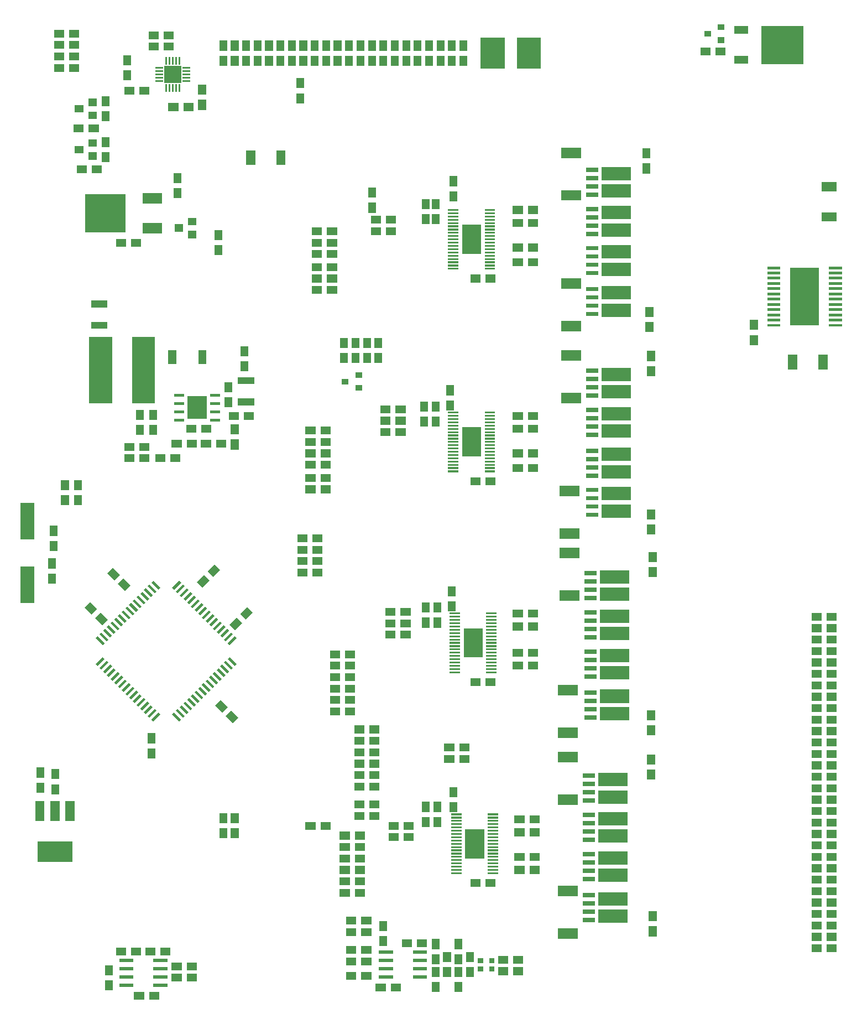
<source format=gbr>
G04 start of page 11 for group -4015 idx -4015 *
G04 Title: (unknown), toppaste *
G04 Creator: pcb 4.2.0 *
G04 CreationDate: Fri Sep 20 02:47:34 2019 UTC *
G04 For: doug *
G04 Format: Gerber/RS-274X *
G04 PCB-Dimensions (mil): 5602.36 6102.36 *
G04 PCB-Coordinate-Origin: lower left *
%MOIN*%
%FSLAX25Y25*%
%LNTOPPASTE*%
%ADD186C,0.0001*%
G54D186*G36*
X289890Y446260D02*Y441535D01*
X295953D01*
Y446260D01*
X289890D01*
G37*
G36*
X280819D02*Y441535D01*
X286882D01*
Y446260D01*
X280819D01*
G37*
G36*
X229850Y474803D02*Y470079D01*
X235913D01*
Y474803D01*
X229850D01*
G37*
G36*
X220780D02*Y470079D01*
X226843D01*
Y474803D01*
X220780D01*
G37*
G36*
X273031Y505598D02*X268307D01*
Y499535D01*
X273031D01*
Y505598D01*
G37*
G36*
Y496528D02*X268307D01*
Y490465D01*
X273031D01*
Y496528D01*
G37*
G36*
X289890Y82087D02*Y77362D01*
X295953D01*
Y82087D01*
X289890D01*
G37*
G36*
X280819D02*Y77362D01*
X286882D01*
Y82087D01*
X280819D01*
G37*
G36*
X240677Y109646D02*Y104921D01*
X246740D01*
Y109646D01*
X240677D01*
G37*
G36*
X231606D02*Y104921D01*
X237669D01*
Y109646D01*
X231606D01*
G37*
G36*
X273031Y137488D02*X268307D01*
Y131425D01*
X273031D01*
Y137488D01*
G37*
G36*
Y128417D02*X268307D01*
Y122354D01*
X273031D01*
Y128417D01*
G37*
G36*
X289890Y203150D02*Y198425D01*
X295953D01*
Y203150D01*
X289890D01*
G37*
G36*
X280819D02*Y198425D01*
X286882D01*
Y203150D01*
X280819D01*
G37*
G36*
X272047Y258551D02*X267323D01*
Y252488D01*
X272047D01*
Y258551D01*
G37*
G36*
Y249480D02*X267323D01*
Y243417D01*
X272047D01*
Y249480D01*
G37*
G36*
X238709Y231693D02*Y226969D01*
X244772D01*
Y231693D01*
X238709D01*
G37*
G36*
X229638D02*Y226969D01*
X235701D01*
Y231693D01*
X229638D01*
G37*
G36*
X262205Y491819D02*X257480D01*
Y485756D01*
X262205D01*
Y491819D01*
G37*
G36*
Y482748D02*X257480D01*
Y476685D01*
X262205D01*
Y482748D01*
G37*
G36*
X289890Y324213D02*Y319488D01*
X295953D01*
Y324213D01*
X289890D01*
G37*
G36*
X280819D02*Y319488D01*
X286882D01*
Y324213D01*
X280819D01*
G37*
G36*
X262205Y369772D02*X257480D01*
Y363709D01*
X262205D01*
Y369772D01*
G37*
G36*
Y360701D02*X257480D01*
Y354638D01*
X262205D01*
Y360701D01*
G37*
G36*
X248551Y45669D02*Y40945D01*
X254614D01*
Y45669D01*
X248551D01*
G37*
G36*
X239480D02*Y40945D01*
X245543D01*
Y45669D01*
X239480D01*
G37*
G36*
X262205Y36882D02*X257480D01*
Y30819D01*
X262205D01*
Y36882D01*
G37*
G36*
Y45953D02*X257480D01*
Y39890D01*
X262205D01*
Y45953D01*
G37*
G36*
Y20150D02*X257480D01*
Y14087D01*
X262205D01*
Y20150D01*
G37*
G36*
Y29220D02*X257480D01*
Y23157D01*
X262205D01*
Y29220D01*
G37*
G36*
X215087Y34843D02*Y30118D01*
X221150D01*
Y34843D01*
X215087D01*
G37*
G36*
X206016D02*Y30118D01*
X212079D01*
Y34843D01*
X206016D01*
G37*
G36*
X141142Y112669D02*X136417D01*
Y106606D01*
X141142D01*
Y112669D01*
G37*
G36*
Y121740D02*X136417D01*
Y115677D01*
X141142D01*
Y121740D01*
G37*
G36*
X215087Y59449D02*Y54724D01*
X221150D01*
Y59449D01*
X215087D01*
G37*
G36*
X206016D02*Y54724D01*
X212079D01*
Y59449D01*
X206016D01*
G37*
G36*
X215087Y52559D02*Y47835D01*
X221150D01*
Y52559D01*
X215087D01*
G37*
G36*
X206016D02*Y47835D01*
X212079D01*
Y52559D01*
X206016D01*
G37*
G36*
X215087Y25984D02*Y21260D01*
X221150D01*
Y25984D01*
X215087D01*
G37*
G36*
X206016D02*Y21260D01*
X212079D01*
Y25984D01*
X206016D01*
G37*
G36*
X230709Y56780D02*X225984D01*
Y50717D01*
X230709D01*
Y56780D01*
G37*
G36*
Y47709D02*X225984D01*
Y41646D01*
X230709D01*
Y47709D01*
G37*
G36*
X206016Y41732D02*Y37008D01*
X212079D01*
Y41732D01*
X206016D01*
G37*
G36*
X215087D02*Y37008D01*
X221150D01*
Y41732D01*
X215087D01*
G37*
G36*
X232803Y19094D02*Y14370D01*
X238866D01*
Y19094D01*
X232803D01*
G37*
G36*
X223732D02*Y14370D01*
X229795D01*
Y19094D01*
X223732D01*
G37*
G36*
X265071Y156890D02*Y152165D01*
X271134D01*
Y156890D01*
X265071D01*
G37*
G36*
X274142D02*Y152165D01*
X280205D01*
Y156890D01*
X274142D01*
G37*
G36*
X210937Y122441D02*Y117717D01*
X217000D01*
Y122441D01*
X210937D01*
G37*
G36*
X220008D02*Y117717D01*
X226071D01*
Y122441D01*
X220008D01*
G37*
G36*
X202079Y103740D02*Y99016D01*
X208142D01*
Y103740D01*
X202079D01*
G37*
G36*
X211150D02*Y99016D01*
X217213D01*
Y103740D01*
X211150D01*
G37*
G36*
X202079Y110630D02*Y105906D01*
X208142D01*
Y110630D01*
X202079D01*
G37*
G36*
X211150D02*Y105906D01*
X217213D01*
Y110630D01*
X211150D01*
G37*
G36*
X202079Y96850D02*Y92126D01*
X208142D01*
Y96850D01*
X202079D01*
G37*
G36*
X211150D02*Y92126D01*
X217213D01*
Y96850D01*
X211150D01*
G37*
G36*
X202079Y89961D02*Y85236D01*
X208142D01*
Y89961D01*
X202079D01*
G37*
G36*
X211150D02*Y85236D01*
X217213D01*
Y89961D01*
X211150D01*
G37*
G36*
X202079Y83071D02*Y78346D01*
X208142D01*
Y83071D01*
X202079D01*
G37*
G36*
X211150D02*Y78346D01*
X217213D01*
Y83071D01*
X211150D01*
G37*
G36*
X202079Y76181D02*Y71457D01*
X208142D01*
Y76181D01*
X202079D01*
G37*
G36*
X211150D02*Y71457D01*
X217213D01*
Y76181D01*
X211150D01*
G37*
G36*
X134252Y121740D02*X129528D01*
Y115677D01*
X134252D01*
Y121740D01*
G37*
G36*
Y112669D02*X129528D01*
Y106606D01*
X134252D01*
Y112669D01*
G37*
G36*
X225657Y39012D02*Y37012D01*
X234157D01*
Y39012D01*
X225657D01*
G37*
G36*
Y34012D02*Y32012D01*
X234157D01*
Y34012D01*
X225657D01*
G37*
G36*
Y29012D02*Y27012D01*
X234157D01*
Y29012D01*
X225657D01*
G37*
G36*
Y24012D02*Y22012D01*
X234157D01*
Y24012D01*
X225657D01*
G37*
G36*
X246157D02*Y22012D01*
X254657D01*
Y24012D01*
X246157D01*
G37*
G36*
Y29012D02*Y27012D01*
X254657D01*
Y29012D01*
X246157D01*
G37*
G36*
Y34012D02*Y32012D01*
X254657D01*
Y34012D01*
X246157D01*
G37*
G36*
Y39012D02*Y37012D01*
X254657D01*
Y39012D01*
X246157D01*
G37*
G36*
X210937Y129331D02*Y124606D01*
X217000D01*
Y129331D01*
X210937D01*
G37*
G36*
X220008D02*Y124606D01*
X226071D01*
Y129331D01*
X220008D01*
G37*
G36*
X359942Y318306D02*Y314300D01*
X377544D01*
Y318306D01*
X359942D01*
G37*
G36*
Y314301D02*Y310295D01*
X377544D01*
Y314301D01*
X359942D01*
G37*
G36*
Y307815D02*Y303809D01*
X377544D01*
Y307815D01*
X359942D01*
G37*
G36*
Y303810D02*Y299804D01*
X377544D01*
Y303810D01*
X359942D01*
G37*
G36*
X350709Y302835D02*Y300276D01*
X357992D01*
Y302835D01*
X350709D01*
G37*
G36*
Y307835D02*Y305276D01*
X357992D01*
Y307835D01*
X350709D01*
G37*
G36*
Y312835D02*Y310276D01*
X357992D01*
Y312835D01*
X350709D01*
G37*
G36*
Y317835D02*Y315276D01*
X357992D01*
Y317835D01*
X350709D01*
G37*
G36*
X392126Y148102D02*X387402D01*
Y142039D01*
X392126D01*
Y148102D01*
G37*
G36*
Y157173D02*X387402D01*
Y151110D01*
X392126D01*
Y157173D01*
G37*
G36*
X393110Y62685D02*X388386D01*
Y56622D01*
X393110D01*
Y62685D01*
G37*
G36*
Y53614D02*X388386D01*
Y47551D01*
X393110D01*
Y53614D01*
G37*
G36*
X392126Y304811D02*X387402D01*
Y298748D01*
X392126D01*
Y304811D01*
G37*
G36*
Y295740D02*X387402D01*
Y289677D01*
X392126D01*
Y295740D01*
G37*
G36*
Y183748D02*X387402D01*
Y177685D01*
X392126D01*
Y183748D01*
G37*
G36*
Y174677D02*X387402D01*
Y168614D01*
X392126D01*
Y174677D01*
G37*
G36*
X136592Y183678D02*X133251Y180337D01*
X137538Y176050D01*
X140879Y179391D01*
X136592Y183678D01*
G37*
G36*
X130178Y190092D02*X126838Y186751D01*
X131124Y182464D01*
X134465Y185805D01*
X130178Y190092D01*
G37*
G36*
X149737Y242853D02*X146397Y246194D01*
X142110Y241907D01*
X145450Y238566D01*
X149737Y242853D01*
G37*
G36*
X143323Y236439D02*X139983Y239780D01*
X135696Y235493D01*
X139037Y232153D01*
X143323Y236439D01*
G37*
G36*
X65218Y269816D02*X61877Y266475D01*
X66164Y262188D01*
X69504Y265529D01*
X65218Y269816D01*
G37*
G36*
X71631Y263402D02*X68291Y260061D01*
X72578Y255775D01*
X75918Y259115D01*
X71631Y263402D01*
G37*
G36*
X51438Y249147D02*X48097Y245806D01*
X52384Y241519D01*
X55725Y244860D01*
X51438Y249147D01*
G37*
G36*
X57851Y242733D02*X54511Y239392D01*
X58799Y235105D01*
X62139Y238447D01*
X57851Y242733D01*
G37*
G36*
X235756Y353740D02*Y349016D01*
X241819D01*
Y353740D01*
X235756D01*
G37*
G36*
X226685D02*Y349016D01*
X232748D01*
Y353740D01*
X226685D01*
G37*
G36*
X181409Y354724D02*Y350000D01*
X187472D01*
Y354724D01*
X181409D01*
G37*
G36*
X190480D02*Y350000D01*
X196543D01*
Y354724D01*
X190480D01*
G37*
G36*
X181409Y326181D02*Y321457D01*
X187472D01*
Y326181D01*
X181409D01*
G37*
G36*
X190480D02*Y321457D01*
X196543D01*
Y326181D01*
X190480D01*
G37*
G36*
X181409Y319291D02*Y314567D01*
X187472D01*
Y319291D01*
X181409D01*
G37*
G36*
X190480D02*Y314567D01*
X196543D01*
Y319291D01*
X190480D01*
G37*
G36*
X181409Y334055D02*Y329331D01*
X187472D01*
Y334055D01*
X181409D01*
G37*
G36*
X190480D02*Y329331D01*
X196543D01*
Y334055D01*
X190480D01*
G37*
G36*
X181409Y347835D02*Y343110D01*
X187472D01*
Y347835D01*
X181409D01*
G37*
G36*
X190480D02*Y343110D01*
X196543D01*
Y347835D01*
X190480D01*
G37*
G36*
X263189Y248709D02*X258465D01*
Y242646D01*
X263189D01*
Y248709D01*
G37*
G36*
Y239638D02*X258465D01*
Y233575D01*
X263189D01*
Y239638D01*
G37*
G36*
X185346Y439370D02*Y434646D01*
X191409D01*
Y439370D01*
X185346D01*
G37*
G36*
X194417D02*Y434646D01*
X200480D01*
Y439370D01*
X194417D01*
G37*
G36*
X185346Y453150D02*Y448425D01*
X191409D01*
Y453150D01*
X185346D01*
G37*
G36*
X194417D02*Y448425D01*
X200480D01*
Y453150D01*
X194417D01*
G37*
G36*
X185346Y461024D02*Y456299D01*
X191409D01*
Y461024D01*
X185346D01*
G37*
G36*
X194417D02*Y456299D01*
X200480D01*
Y461024D01*
X194417D01*
G37*
G36*
X185346Y474803D02*Y470079D01*
X191409D01*
Y474803D01*
X185346D01*
G37*
G36*
X194417D02*Y470079D01*
X200480D01*
Y474803D01*
X194417D01*
G37*
G36*
X185346Y467913D02*Y463189D01*
X191409D01*
Y467913D01*
X185346D01*
G37*
G36*
X194417D02*Y463189D01*
X200480D01*
Y467913D01*
X194417D01*
G37*
G36*
X185346Y446260D02*Y441535D01*
X191409D01*
Y446260D01*
X185346D01*
G37*
G36*
X194417D02*Y441535D01*
X200480D01*
Y446260D01*
X194417D01*
G37*
G36*
X196173Y212992D02*Y208268D01*
X202236D01*
Y212992D01*
X196173D01*
G37*
G36*
X205244D02*Y208268D01*
X211307D01*
Y212992D01*
X205244D01*
G37*
G36*
X196173Y219882D02*Y215157D01*
X202236D01*
Y219882D01*
X196173D01*
G37*
G36*
X205244D02*Y215157D01*
X211307D01*
Y219882D01*
X205244D01*
G37*
G36*
X196173Y206102D02*Y201378D01*
X202236D01*
Y206102D01*
X196173D01*
G37*
G36*
X205244D02*Y201378D01*
X211307D01*
Y206102D01*
X205244D01*
G37*
G36*
X196173Y199213D02*Y194488D01*
X202236D01*
Y199213D01*
X196173D01*
G37*
G36*
X205244D02*Y194488D01*
X211307D01*
Y199213D01*
X205244D01*
G37*
G36*
X196173Y185433D02*Y180709D01*
X202236D01*
Y185433D01*
X196173D01*
G37*
G36*
X205244D02*Y180709D01*
X211307D01*
Y185433D01*
X205244D01*
G37*
G36*
X196173Y192323D02*Y187598D01*
X202236D01*
Y192323D01*
X196173D01*
G37*
G36*
X205244D02*Y187598D01*
X211307D01*
Y192323D01*
X205244D01*
G37*
G36*
X30906Y266213D02*X26181D01*
Y260150D01*
X30906D01*
Y266213D01*
G37*
G36*
Y275283D02*X26181D01*
Y269220D01*
X30906D01*
Y275283D01*
G37*
G36*
X31890Y294969D02*X27165D01*
Y288906D01*
X31890D01*
Y294969D01*
G37*
G36*
Y285898D02*X27165D01*
Y279835D01*
X31890D01*
Y285898D01*
G37*
G36*
X17915Y308658D02*X9645D01*
Y286608D01*
X17915D01*
Y308658D01*
G37*
G36*
Y270478D02*X9645D01*
Y248428D01*
X17915D01*
Y270478D01*
G37*
G36*
X46654Y322528D02*X41929D01*
Y316465D01*
X46654D01*
Y322528D01*
G37*
G36*
Y313457D02*X41929D01*
Y307394D01*
X46654D01*
Y313457D01*
G37*
G36*
X185559Y289764D02*Y285039D01*
X191622D01*
Y289764D01*
X185559D01*
G37*
G36*
X176488D02*Y285039D01*
X182551D01*
Y289764D01*
X176488D01*
G37*
G36*
Y282874D02*Y278150D01*
X182551D01*
Y282874D01*
X176488D01*
G37*
G36*
X185559D02*Y278150D01*
X191622D01*
Y282874D01*
X185559D01*
G37*
G36*
X38780Y313457D02*X34055D01*
Y307394D01*
X38780D01*
Y313457D01*
G37*
G36*
Y322528D02*X34055D01*
Y316465D01*
X38780D01*
Y322528D01*
G37*
G36*
X210937Y140157D02*Y135433D01*
X217000D01*
Y140157D01*
X210937D01*
G37*
G36*
X220008D02*Y135433D01*
X226071D01*
Y140157D01*
X220008D01*
G37*
G36*
X210937Y167717D02*Y162992D01*
X217000D01*
Y167717D01*
X210937D01*
G37*
G36*
X220008D02*Y162992D01*
X226071D01*
Y167717D01*
X220008D01*
G37*
G36*
Y174606D02*Y169882D01*
X226071D01*
Y174606D01*
X220008D01*
G37*
G36*
X210937D02*Y169882D01*
X217000D01*
Y174606D01*
X210937D01*
G37*
G36*
Y160827D02*Y156102D01*
X217000D01*
Y160827D01*
X210937D01*
G37*
G36*
X220008D02*Y156102D01*
X226071D01*
Y160827D01*
X220008D01*
G37*
G36*
X210937Y153937D02*Y149213D01*
X217000D01*
Y153937D01*
X210937D01*
G37*
G36*
X220008D02*Y149213D01*
X226071D01*
Y153937D01*
X220008D01*
G37*
G36*
X274142Y163780D02*Y159055D01*
X280205D01*
Y163780D01*
X274142D01*
G37*
G36*
X265071D02*Y159055D01*
X271134D01*
Y163780D01*
X265071D01*
G37*
G36*
X185559Y269094D02*Y264370D01*
X191622D01*
Y269094D01*
X185559D01*
G37*
G36*
X176488D02*Y264370D01*
X182551D01*
Y269094D01*
X176488D01*
G37*
G36*
Y275984D02*Y271260D01*
X182551D01*
Y275984D01*
X176488D01*
G37*
G36*
X185559D02*Y271260D01*
X191622D01*
Y275984D01*
X185559D01*
G37*
G36*
X210937Y147047D02*Y142323D01*
X217000D01*
Y147047D01*
X210937D01*
G37*
G36*
X220008D02*Y142323D01*
X226071D01*
Y147047D01*
X220008D01*
G37*
G36*
X271063Y379614D02*X266339D01*
Y373551D01*
X271063D01*
Y379614D01*
G37*
G36*
Y370543D02*X266339D01*
Y364480D01*
X271063D01*
Y370543D01*
G37*
G36*
X289173Y112165D02*X277756D01*
Y94528D01*
X289173D01*
Y112165D01*
G37*
G36*
X269350Y121594D02*Y120531D01*
X275531D01*
Y121594D01*
X269350D01*
G37*
G36*
Y119626D02*Y118563D01*
X275531D01*
Y119626D01*
X269350D01*
G37*
G36*
Y117657D02*Y116594D01*
X275531D01*
Y117657D01*
X269350D01*
G37*
G36*
Y115689D02*Y114626D01*
X275531D01*
Y115689D01*
X269350D01*
G37*
G36*
Y113720D02*Y112657D01*
X275531D01*
Y113720D01*
X269350D01*
G37*
G36*
Y111752D02*Y110689D01*
X275531D01*
Y111752D01*
X269350D01*
G37*
G36*
Y109783D02*Y108720D01*
X275531D01*
Y109783D01*
X269350D01*
G37*
G36*
Y107815D02*Y106752D01*
X275531D01*
Y107815D01*
X269350D01*
G37*
G36*
Y105846D02*Y104783D01*
X275531D01*
Y105846D01*
X269350D01*
G37*
G36*
Y103878D02*Y102815D01*
X275531D01*
Y103878D01*
X269350D01*
G37*
G36*
Y101909D02*Y100846D01*
X275531D01*
Y101909D01*
X269350D01*
G37*
G36*
Y99941D02*Y98878D01*
X275531D01*
Y99941D01*
X269350D01*
G37*
G36*
Y97972D02*Y96909D01*
X275531D01*
Y97972D01*
X269350D01*
G37*
G36*
Y96004D02*Y94941D01*
X275531D01*
Y96004D01*
X269350D01*
G37*
G36*
Y94035D02*Y92972D01*
X275531D01*
Y94035D01*
X269350D01*
G37*
G36*
Y92067D02*Y91004D01*
X275531D01*
Y92067D01*
X269350D01*
G37*
G36*
Y90098D02*Y89035D01*
X275531D01*
Y90098D01*
X269350D01*
G37*
G36*
Y88130D02*Y87067D01*
X275531D01*
Y88130D01*
X269350D01*
G37*
G36*
Y86161D02*Y85098D01*
X275531D01*
Y86161D01*
X269350D01*
G37*
G36*
X291398Y121594D02*Y120531D01*
X297579D01*
Y121594D01*
X291398D01*
G37*
G36*
Y119626D02*Y118563D01*
X297579D01*
Y119626D01*
X291398D01*
G37*
G36*
Y117657D02*Y116594D01*
X297579D01*
Y117657D01*
X291398D01*
G37*
G36*
Y115689D02*Y114626D01*
X297579D01*
Y115689D01*
X291398D01*
G37*
G36*
Y113720D02*Y112657D01*
X297579D01*
Y113720D01*
X291398D01*
G37*
G36*
Y111752D02*Y110689D01*
X297579D01*
Y111752D01*
X291398D01*
G37*
G36*
Y109783D02*Y108720D01*
X297579D01*
Y109783D01*
X291398D01*
G37*
G36*
Y107815D02*Y106752D01*
X297579D01*
Y107815D01*
X291398D01*
G37*
G36*
Y105846D02*Y104783D01*
X297579D01*
Y105846D01*
X291398D01*
G37*
G36*
Y103878D02*Y102815D01*
X297579D01*
Y103878D01*
X291398D01*
G37*
G36*
Y101909D02*Y100846D01*
X297579D01*
Y101909D01*
X291398D01*
G37*
G36*
Y99941D02*Y98878D01*
X297579D01*
Y99941D01*
X291398D01*
G37*
G36*
Y97972D02*Y96909D01*
X297579D01*
Y97972D01*
X291398D01*
G37*
G36*
Y96004D02*Y94941D01*
X297579D01*
Y96004D01*
X291398D01*
G37*
G36*
Y94035D02*Y92972D01*
X297579D01*
Y94035D01*
X291398D01*
G37*
G36*
Y92067D02*Y91004D01*
X297579D01*
Y92067D01*
X291398D01*
G37*
G36*
Y90098D02*Y89035D01*
X297579D01*
Y90098D01*
X291398D01*
G37*
G36*
Y88130D02*Y87067D01*
X297579D01*
Y88130D01*
X291398D01*
G37*
G36*
Y86161D02*Y85098D01*
X297579D01*
Y86161D01*
X291398D01*
G37*
G36*
X287205Y476339D02*X275787D01*
Y458701D01*
X287205D01*
Y476339D01*
G37*
G36*
X267382Y485768D02*Y484705D01*
X273563D01*
Y485768D01*
X267382D01*
G37*
G36*
Y483799D02*Y482736D01*
X273563D01*
Y483799D01*
X267382D01*
G37*
G36*
Y481831D02*Y480768D01*
X273563D01*
Y481831D01*
X267382D01*
G37*
G36*
Y479862D02*Y478799D01*
X273563D01*
Y479862D01*
X267382D01*
G37*
G36*
Y477894D02*Y476831D01*
X273563D01*
Y477894D01*
X267382D01*
G37*
G36*
Y475925D02*Y474862D01*
X273563D01*
Y475925D01*
X267382D01*
G37*
G36*
Y473957D02*Y472894D01*
X273563D01*
Y473957D01*
X267382D01*
G37*
G36*
Y471988D02*Y470925D01*
X273563D01*
Y471988D01*
X267382D01*
G37*
G36*
Y470020D02*Y468957D01*
X273563D01*
Y470020D01*
X267382D01*
G37*
G36*
Y468051D02*Y466988D01*
X273563D01*
Y468051D01*
X267382D01*
G37*
G36*
Y466083D02*Y465020D01*
X273563D01*
Y466083D01*
X267382D01*
G37*
G36*
Y464114D02*Y463051D01*
X273563D01*
Y464114D01*
X267382D01*
G37*
G36*
Y462146D02*Y461083D01*
X273563D01*
Y462146D01*
X267382D01*
G37*
G36*
Y460177D02*Y459114D01*
X273563D01*
Y460177D01*
X267382D01*
G37*
G36*
Y458209D02*Y457146D01*
X273563D01*
Y458209D01*
X267382D01*
G37*
G36*
Y456240D02*Y455177D01*
X273563D01*
Y456240D01*
X267382D01*
G37*
G36*
Y454272D02*Y453209D01*
X273563D01*
Y454272D01*
X267382D01*
G37*
G36*
Y452303D02*Y451240D01*
X273563D01*
Y452303D01*
X267382D01*
G37*
G36*
Y450335D02*Y449272D01*
X273563D01*
Y450335D01*
X267382D01*
G37*
G36*
X289429Y485768D02*Y484705D01*
X295610D01*
Y485768D01*
X289429D01*
G37*
G36*
Y483799D02*Y482736D01*
X295610D01*
Y483799D01*
X289429D01*
G37*
G36*
Y481831D02*Y480768D01*
X295610D01*
Y481831D01*
X289429D01*
G37*
G36*
Y479862D02*Y478799D01*
X295610D01*
Y479862D01*
X289429D01*
G37*
G36*
Y477894D02*Y476831D01*
X295610D01*
Y477894D01*
X289429D01*
G37*
G36*
Y475925D02*Y474862D01*
X295610D01*
Y475925D01*
X289429D01*
G37*
G36*
Y473957D02*Y472894D01*
X295610D01*
Y473957D01*
X289429D01*
G37*
G36*
Y471988D02*Y470925D01*
X295610D01*
Y471988D01*
X289429D01*
G37*
G36*
Y470020D02*Y468957D01*
X295610D01*
Y470020D01*
X289429D01*
G37*
G36*
Y468051D02*Y466988D01*
X295610D01*
Y468051D01*
X289429D01*
G37*
G36*
Y466083D02*Y465020D01*
X295610D01*
Y466083D01*
X289429D01*
G37*
G36*
Y464114D02*Y463051D01*
X295610D01*
Y464114D01*
X289429D01*
G37*
G36*
Y462146D02*Y461083D01*
X295610D01*
Y462146D01*
X289429D01*
G37*
G36*
Y460177D02*Y459114D01*
X295610D01*
Y460177D01*
X289429D01*
G37*
G36*
Y458209D02*Y457146D01*
X295610D01*
Y458209D01*
X289429D01*
G37*
G36*
Y456240D02*Y455177D01*
X295610D01*
Y456240D01*
X289429D01*
G37*
G36*
Y454272D02*Y453209D01*
X295610D01*
Y454272D01*
X289429D01*
G37*
G36*
Y452303D02*Y451240D01*
X295610D01*
Y452303D01*
X289429D01*
G37*
G36*
Y450335D02*Y449272D01*
X295610D01*
Y450335D01*
X289429D01*
G37*
G36*
X287205Y354291D02*X275787D01*
Y336654D01*
X287205D01*
Y354291D01*
G37*
G36*
X267382Y363720D02*Y362657D01*
X273563D01*
Y363720D01*
X267382D01*
G37*
G36*
Y361752D02*Y360689D01*
X273563D01*
Y361752D01*
X267382D01*
G37*
G36*
Y359783D02*Y358720D01*
X273563D01*
Y359783D01*
X267382D01*
G37*
G36*
Y357815D02*Y356752D01*
X273563D01*
Y357815D01*
X267382D01*
G37*
G36*
Y355846D02*Y354783D01*
X273563D01*
Y355846D01*
X267382D01*
G37*
G36*
Y353878D02*Y352815D01*
X273563D01*
Y353878D01*
X267382D01*
G37*
G36*
Y351909D02*Y350846D01*
X273563D01*
Y351909D01*
X267382D01*
G37*
G36*
Y349941D02*Y348878D01*
X273563D01*
Y349941D01*
X267382D01*
G37*
G36*
Y347972D02*Y346909D01*
X273563D01*
Y347972D01*
X267382D01*
G37*
G36*
Y346004D02*Y344941D01*
X273563D01*
Y346004D01*
X267382D01*
G37*
G36*
Y344035D02*Y342972D01*
X273563D01*
Y344035D01*
X267382D01*
G37*
G36*
Y342067D02*Y341004D01*
X273563D01*
Y342067D01*
X267382D01*
G37*
G36*
Y340098D02*Y339035D01*
X273563D01*
Y340098D01*
X267382D01*
G37*
G36*
Y338130D02*Y337067D01*
X273563D01*
Y338130D01*
X267382D01*
G37*
G36*
Y336161D02*Y335098D01*
X273563D01*
Y336161D01*
X267382D01*
G37*
G36*
Y334193D02*Y333130D01*
X273563D01*
Y334193D01*
X267382D01*
G37*
G36*
Y332224D02*Y331161D01*
X273563D01*
Y332224D01*
X267382D01*
G37*
G36*
Y330256D02*Y329193D01*
X273563D01*
Y330256D01*
X267382D01*
G37*
G36*
Y328287D02*Y327224D01*
X273563D01*
Y328287D01*
X267382D01*
G37*
G36*
X289429Y363720D02*Y362657D01*
X295610D01*
Y363720D01*
X289429D01*
G37*
G36*
Y361752D02*Y360689D01*
X295610D01*
Y361752D01*
X289429D01*
G37*
G36*
Y359783D02*Y358720D01*
X295610D01*
Y359783D01*
X289429D01*
G37*
G36*
Y357815D02*Y356752D01*
X295610D01*
Y357815D01*
X289429D01*
G37*
G36*
Y355846D02*Y354783D01*
X295610D01*
Y355846D01*
X289429D01*
G37*
G36*
Y353878D02*Y352815D01*
X295610D01*
Y353878D01*
X289429D01*
G37*
G36*
Y351909D02*Y350846D01*
X295610D01*
Y351909D01*
X289429D01*
G37*
G36*
Y349941D02*Y348878D01*
X295610D01*
Y349941D01*
X289429D01*
G37*
G36*
Y347972D02*Y346909D01*
X295610D01*
Y347972D01*
X289429D01*
G37*
G36*
Y346004D02*Y344941D01*
X295610D01*
Y346004D01*
X289429D01*
G37*
G36*
Y344035D02*Y342972D01*
X295610D01*
Y344035D01*
X289429D01*
G37*
G36*
Y342067D02*Y341004D01*
X295610D01*
Y342067D01*
X289429D01*
G37*
G36*
Y340098D02*Y339035D01*
X295610D01*
Y340098D01*
X289429D01*
G37*
G36*
Y338130D02*Y337067D01*
X295610D01*
Y338130D01*
X289429D01*
G37*
G36*
Y336161D02*Y335098D01*
X295610D01*
Y336161D01*
X289429D01*
G37*
G36*
Y334193D02*Y333130D01*
X295610D01*
Y334193D01*
X289429D01*
G37*
G36*
Y332224D02*Y331161D01*
X295610D01*
Y332224D01*
X289429D01*
G37*
G36*
Y330256D02*Y329193D01*
X295610D01*
Y330256D01*
X289429D01*
G37*
G36*
Y328287D02*Y327224D01*
X295610D01*
Y328287D01*
X289429D01*
G37*
G36*
X288189Y233228D02*X276772D01*
Y215591D01*
X288189D01*
Y233228D01*
G37*
G36*
X268366Y242657D02*Y241594D01*
X274547D01*
Y242657D01*
X268366D01*
G37*
G36*
Y240689D02*Y239626D01*
X274547D01*
Y240689D01*
X268366D01*
G37*
G36*
Y238720D02*Y237657D01*
X274547D01*
Y238720D01*
X268366D01*
G37*
G36*
Y236752D02*Y235689D01*
X274547D01*
Y236752D01*
X268366D01*
G37*
G36*
Y234783D02*Y233720D01*
X274547D01*
Y234783D01*
X268366D01*
G37*
G36*
Y232815D02*Y231752D01*
X274547D01*
Y232815D01*
X268366D01*
G37*
G36*
Y230846D02*Y229783D01*
X274547D01*
Y230846D01*
X268366D01*
G37*
G36*
Y228878D02*Y227815D01*
X274547D01*
Y228878D01*
X268366D01*
G37*
G36*
Y226909D02*Y225846D01*
X274547D01*
Y226909D01*
X268366D01*
G37*
G36*
Y224941D02*Y223878D01*
X274547D01*
Y224941D01*
X268366D01*
G37*
G36*
Y222972D02*Y221909D01*
X274547D01*
Y222972D01*
X268366D01*
G37*
G36*
Y221004D02*Y219941D01*
X274547D01*
Y221004D01*
X268366D01*
G37*
G36*
Y219035D02*Y217972D01*
X274547D01*
Y219035D01*
X268366D01*
G37*
G36*
Y217067D02*Y216004D01*
X274547D01*
Y217067D01*
X268366D01*
G37*
G36*
Y215098D02*Y214035D01*
X274547D01*
Y215098D01*
X268366D01*
G37*
G36*
Y213130D02*Y212067D01*
X274547D01*
Y213130D01*
X268366D01*
G37*
G36*
Y211161D02*Y210098D01*
X274547D01*
Y211161D01*
X268366D01*
G37*
G36*
Y209193D02*Y208130D01*
X274547D01*
Y209193D01*
X268366D01*
G37*
G36*
Y207224D02*Y206161D01*
X274547D01*
Y207224D01*
X268366D01*
G37*
G36*
X290413Y242657D02*Y241594D01*
X296594D01*
Y242657D01*
X290413D01*
G37*
G36*
Y240689D02*Y239626D01*
X296594D01*
Y240689D01*
X290413D01*
G37*
G36*
Y238720D02*Y237657D01*
X296594D01*
Y238720D01*
X290413D01*
G37*
G36*
Y236752D02*Y235689D01*
X296594D01*
Y236752D01*
X290413D01*
G37*
G36*
Y234783D02*Y233720D01*
X296594D01*
Y234783D01*
X290413D01*
G37*
G36*
Y232815D02*Y231752D01*
X296594D01*
Y232815D01*
X290413D01*
G37*
G36*
Y230846D02*Y229783D01*
X296594D01*
Y230846D01*
X290413D01*
G37*
G36*
Y228878D02*Y227815D01*
X296594D01*
Y228878D01*
X290413D01*
G37*
G36*
Y226909D02*Y225846D01*
X296594D01*
Y226909D01*
X290413D01*
G37*
G36*
Y224941D02*Y223878D01*
X296594D01*
Y224941D01*
X290413D01*
G37*
G36*
Y222972D02*Y221909D01*
X296594D01*
Y222972D01*
X290413D01*
G37*
G36*
Y221004D02*Y219941D01*
X296594D01*
Y221004D01*
X290413D01*
G37*
G36*
Y219035D02*Y217972D01*
X296594D01*
Y219035D01*
X290413D01*
G37*
G36*
Y217067D02*Y216004D01*
X296594D01*
Y217067D01*
X290413D01*
G37*
G36*
Y215098D02*Y214035D01*
X296594D01*
Y215098D01*
X290413D01*
G37*
G36*
Y213130D02*Y212067D01*
X296594D01*
Y213130D01*
X290413D01*
G37*
G36*
Y211161D02*Y210098D01*
X296594D01*
Y211161D01*
X290413D01*
G37*
G36*
Y209193D02*Y208130D01*
X296594D01*
Y209193D01*
X290413D01*
G37*
G36*
Y207224D02*Y206161D01*
X296594D01*
Y207224D01*
X290413D01*
G37*
G36*
X285335Y34449D02*Y31496D01*
X288583D01*
Y34449D01*
X285335D01*
G37*
G36*
X292126D02*Y31496D01*
X295374D01*
Y34449D01*
X292126D01*
G37*
G36*
Y29528D02*Y26575D01*
X295374D01*
Y29528D01*
X292126D01*
G37*
G36*
X285335D02*Y26575D01*
X288583D01*
Y29528D01*
X285335D01*
G37*
G36*
X269094Y29008D02*X264370D01*
Y22945D01*
X269094D01*
Y29008D01*
G37*
G36*
Y38079D02*X264370D01*
Y32016D01*
X269094D01*
Y38079D01*
G37*
G36*
X275984Y36882D02*X271260D01*
Y30819D01*
X275984D01*
Y36882D01*
G37*
G36*
Y45953D02*X271260D01*
Y39890D01*
X275984D01*
Y45953D01*
G37*
G36*
X282874Y29008D02*X278150D01*
Y22945D01*
X282874D01*
Y29008D01*
G37*
G36*
Y38079D02*X278150D01*
Y32016D01*
X282874D01*
Y38079D01*
G37*
G36*
X275984Y20150D02*X271260D01*
Y14087D01*
X275984D01*
Y20150D01*
G37*
G36*
Y29220D02*X271260D01*
Y23157D01*
X275984D01*
Y29220D01*
G37*
G36*
X306622Y35827D02*Y31102D01*
X312685D01*
Y35827D01*
X306622D01*
G37*
G36*
X297551D02*Y31102D01*
X303614D01*
Y35827D01*
X297551D01*
G37*
G36*
X306622Y28937D02*Y24213D01*
X312685D01*
Y28937D01*
X306622D01*
G37*
G36*
X297551D02*Y24213D01*
X303614D01*
Y28937D01*
X297551D01*
G37*
G36*
X52685Y512205D02*Y507480D01*
X58748D01*
Y512205D01*
X52685D01*
G37*
G36*
X43614D02*Y507480D01*
X49677D01*
Y512205D01*
X43614D01*
G37*
G36*
X42400Y523867D02*Y519367D01*
X47500D01*
Y523867D01*
X42400D01*
G37*
G36*
X50600Y519967D02*Y515467D01*
X55700D01*
Y519967D01*
X50600D01*
G37*
G36*
Y527767D02*Y523267D01*
X55700D01*
Y527767D01*
X50600D01*
G37*
G36*
X63386Y520150D02*X58661D01*
Y514087D01*
X63386D01*
Y520150D01*
G37*
G36*
Y529220D02*X58661D01*
Y523157D01*
X63386D01*
Y529220D01*
G37*
G36*
Y544756D02*X58661D01*
Y538693D01*
X63386D01*
Y544756D01*
G37*
G36*
Y553827D02*X58661D01*
Y547764D01*
X63386D01*
Y553827D01*
G37*
G36*
X42400Y548473D02*Y543973D01*
X47500D01*
Y548473D01*
X42400D01*
G37*
G36*
X50600Y544573D02*Y540073D01*
X55700D01*
Y544573D01*
X50600D01*
G37*
G36*
Y552373D02*Y547873D01*
X55700D01*
Y552373D01*
X50600D01*
G37*
G36*
X50717Y536811D02*Y532087D01*
X56780D01*
Y536811D01*
X50717D01*
G37*
G36*
X41646D02*Y532087D01*
X47709D01*
Y536811D01*
X41646D01*
G37*
G36*
X307394Y89961D02*Y85236D01*
X313457D01*
Y89961D01*
X307394D01*
G37*
G36*
X316465D02*Y85236D01*
X322528D01*
Y89961D01*
X316465D01*
G37*
G36*
X307394Y120472D02*Y115748D01*
X313457D01*
Y120472D01*
X307394D01*
G37*
G36*
X316465D02*Y115748D01*
X322528D01*
Y120472D01*
X316465D01*
G37*
G36*
X306409Y456102D02*Y451378D01*
X312472D01*
Y456102D01*
X306409D01*
G37*
G36*
X315480D02*Y451378D01*
X321543D01*
Y456102D01*
X315480D01*
G37*
G36*
X306409Y464961D02*Y460236D01*
X312472D01*
Y464961D01*
X306409D01*
G37*
G36*
X315480D02*Y460236D01*
X321543D01*
Y464961D01*
X315480D01*
G37*
G36*
X306409Y479724D02*Y475000D01*
X312472D01*
Y479724D01*
X306409D01*
G37*
G36*
X315480D02*Y475000D01*
X321543D01*
Y479724D01*
X315480D01*
G37*
G36*
X306409Y487598D02*Y482874D01*
X312472D01*
Y487598D01*
X306409D01*
G37*
G36*
X315480D02*Y482874D01*
X321543D01*
Y487598D01*
X315480D01*
G37*
G36*
X306409Y340945D02*Y336220D01*
X312472D01*
Y340945D01*
X306409D01*
G37*
G36*
X315480D02*Y336220D01*
X321543D01*
Y340945D01*
X315480D01*
G37*
G36*
X306409Y355709D02*Y350984D01*
X312472D01*
Y355709D01*
X306409D01*
G37*
G36*
X315480D02*Y350984D01*
X321543D01*
Y355709D01*
X315480D01*
G37*
G36*
X306409Y363583D02*Y358858D01*
X312472D01*
Y363583D01*
X306409D01*
G37*
G36*
X315480D02*Y358858D01*
X321543D01*
Y363583D01*
X315480D01*
G37*
G36*
X226685Y360630D02*Y355906D01*
X232748D01*
Y360630D01*
X226685D01*
G37*
G36*
X235756D02*Y355906D01*
X241819D01*
Y360630D01*
X235756D01*
G37*
G36*
X306409Y212992D02*Y208268D01*
X312472D01*
Y212992D01*
X306409D01*
G37*
G36*
X315480D02*Y208268D01*
X321543D01*
Y212992D01*
X315480D01*
G37*
G36*
X306409Y220866D02*Y216142D01*
X312472D01*
Y220866D01*
X306409D01*
G37*
G36*
X315480D02*Y216142D01*
X321543D01*
Y220866D01*
X315480D01*
G37*
G36*
X306409Y244488D02*Y239764D01*
X312472D01*
Y244488D01*
X306409D01*
G37*
G36*
X315480D02*Y239764D01*
X321543D01*
Y244488D01*
X315480D01*
G37*
G36*
X229638Y238583D02*Y233858D01*
X235701D01*
Y238583D01*
X229638D01*
G37*
G36*
X238709D02*Y233858D01*
X244772D01*
Y238583D01*
X238709D01*
G37*
G36*
X307394Y97835D02*Y93110D01*
X313457D01*
Y97835D01*
X307394D01*
G37*
G36*
X316465D02*Y93110D01*
X322528D01*
Y97835D01*
X316465D01*
G37*
G36*
X307394Y112598D02*Y107874D01*
X313457D01*
Y112598D01*
X307394D01*
G37*
G36*
X316465D02*Y107874D01*
X322528D01*
Y112598D01*
X316465D01*
G37*
G36*
X306409Y236614D02*Y231890D01*
X312472D01*
Y236614D01*
X306409D01*
G37*
G36*
X315480D02*Y231890D01*
X321543D01*
Y236614D01*
X315480D01*
G37*
G36*
X333465Y158661D02*Y152362D01*
X345669D01*
Y158661D01*
X333465D01*
G37*
G36*
Y133071D02*Y126772D01*
X345669D01*
Y133071D01*
X333465D01*
G37*
G36*
X357973Y122440D02*Y118434D01*
X375576D01*
Y122440D01*
X357973D01*
G37*
G36*
Y118435D02*Y114429D01*
X375576D01*
Y118435D01*
X357973D01*
G37*
G36*
Y111949D02*Y107943D01*
X375576D01*
Y111949D01*
X357973D01*
G37*
G36*
Y107944D02*Y103938D01*
X375576D01*
Y107944D01*
X357973D01*
G37*
G36*
X348740Y106969D02*Y104409D01*
X356024D01*
Y106969D01*
X348740D01*
G37*
G36*
Y111969D02*Y109409D01*
X356024D01*
Y111969D01*
X348740D01*
G37*
G36*
Y116969D02*Y114409D01*
X356024D01*
Y116969D01*
X348740D01*
G37*
G36*
Y121969D02*Y119409D01*
X356024D01*
Y121969D01*
X348740D01*
G37*
G36*
X357973Y146062D02*Y142056D01*
X375576D01*
Y146062D01*
X357973D01*
G37*
G36*
Y142057D02*Y138051D01*
X375576D01*
Y142057D01*
X357973D01*
G37*
G36*
Y135571D02*Y131565D01*
X375576D01*
Y135571D01*
X357973D01*
G37*
G36*
Y131566D02*Y127560D01*
X375576D01*
Y131566D01*
X357973D01*
G37*
G36*
X348740Y130591D02*Y128031D01*
X356024D01*
Y130591D01*
X348740D01*
G37*
G36*
Y135591D02*Y133031D01*
X356024D01*
Y135591D01*
X348740D01*
G37*
G36*
Y140591D02*Y138031D01*
X356024D01*
Y140591D01*
X348740D01*
G37*
G36*
Y145591D02*Y143031D01*
X356024D01*
Y145591D01*
X348740D01*
G37*
G36*
X357973Y98818D02*Y94812D01*
X375576D01*
Y98818D01*
X357973D01*
G37*
G36*
Y94813D02*Y90807D01*
X375576D01*
Y94813D01*
X357973D01*
G37*
G36*
Y88327D02*Y84321D01*
X375576D01*
Y88327D01*
X357973D01*
G37*
G36*
Y84322D02*Y80316D01*
X375576D01*
Y84322D01*
X357973D01*
G37*
G36*
X348740Y83346D02*Y80787D01*
X356024D01*
Y83346D01*
X348740D01*
G37*
G36*
Y88346D02*Y85787D01*
X356024D01*
Y88346D01*
X348740D01*
G37*
G36*
Y93346D02*Y90787D01*
X356024D01*
Y93346D01*
X348740D01*
G37*
G36*
Y98346D02*Y95787D01*
X356024D01*
Y98346D01*
X348740D01*
G37*
G36*
X357973Y74212D02*Y70206D01*
X375576D01*
Y74212D01*
X357973D01*
G37*
G36*
Y70206D02*Y66201D01*
X375576D01*
Y70206D01*
X357973D01*
G37*
G36*
Y63721D02*Y59715D01*
X375576D01*
Y63721D01*
X357973D01*
G37*
G36*
Y59716D02*Y55710D01*
X375576D01*
Y59716D01*
X357973D01*
G37*
G36*
X348740Y58740D02*Y56181D01*
X356024D01*
Y58740D01*
X348740D01*
G37*
G36*
Y63740D02*Y61181D01*
X356024D01*
Y63740D01*
X348740D01*
G37*
G36*
Y68740D02*Y66181D01*
X356024D01*
Y68740D01*
X348740D01*
G37*
G36*
Y73740D02*Y71181D01*
X356024D01*
Y73740D01*
X348740D01*
G37*
G36*
X333465Y52362D02*Y46063D01*
X345669D01*
Y52362D01*
X333465D01*
G37*
G36*
Y77953D02*Y71654D01*
X345669D01*
Y77953D01*
X333465D01*
G37*
G36*
X334449Y281693D02*Y275394D01*
X346654D01*
Y281693D01*
X334449D01*
G37*
G36*
Y256102D02*Y249803D01*
X346654D01*
Y256102D01*
X334449D01*
G37*
G36*
X358958Y220865D02*Y216859D01*
X376560D01*
Y220865D01*
X358958D01*
G37*
G36*
Y216860D02*Y212854D01*
X376560D01*
Y216860D01*
X358958D01*
G37*
G36*
Y210374D02*Y206368D01*
X376560D01*
Y210374D01*
X358958D01*
G37*
G36*
Y206369D02*Y202363D01*
X376560D01*
Y206369D01*
X358958D01*
G37*
G36*
X349724Y205394D02*Y202835D01*
X357008D01*
Y205394D01*
X349724D01*
G37*
G36*
Y210394D02*Y207835D01*
X357008D01*
Y210394D01*
X349724D01*
G37*
G36*
Y215394D02*Y212835D01*
X357008D01*
Y215394D01*
X349724D01*
G37*
G36*
Y220394D02*Y217835D01*
X357008D01*
Y220394D01*
X349724D01*
G37*
G36*
X358958Y244487D02*Y240481D01*
X376560D01*
Y244487D01*
X358958D01*
G37*
G36*
Y240482D02*Y236476D01*
X376560D01*
Y240482D01*
X358958D01*
G37*
G36*
Y233996D02*Y229990D01*
X376560D01*
Y233996D01*
X358958D01*
G37*
G36*
Y229991D02*Y225985D01*
X376560D01*
Y229991D01*
X358958D01*
G37*
G36*
X349724Y229016D02*Y226457D01*
X357008D01*
Y229016D01*
X349724D01*
G37*
G36*
Y234016D02*Y231457D01*
X357008D01*
Y234016D01*
X349724D01*
G37*
G36*
Y239016D02*Y236457D01*
X357008D01*
Y239016D01*
X349724D01*
G37*
G36*
Y244016D02*Y241457D01*
X357008D01*
Y244016D01*
X349724D01*
G37*
G36*
X358958Y268109D02*Y264103D01*
X376560D01*
Y268109D01*
X358958D01*
G37*
G36*
Y264104D02*Y260098D01*
X376560D01*
Y264104D01*
X358958D01*
G37*
G36*
Y257618D02*Y253612D01*
X376560D01*
Y257618D01*
X358958D01*
G37*
G36*
Y253613D02*Y249607D01*
X376560D01*
Y253613D01*
X358958D01*
G37*
G36*
X349724Y252638D02*Y250079D01*
X357008D01*
Y252638D01*
X349724D01*
G37*
G36*
Y257638D02*Y255079D01*
X357008D01*
Y257638D01*
X349724D01*
G37*
G36*
Y262638D02*Y260079D01*
X357008D01*
Y262638D01*
X349724D01*
G37*
G36*
Y267638D02*Y265079D01*
X357008D01*
Y267638D01*
X349724D01*
G37*
G36*
X358958Y196259D02*Y192253D01*
X376560D01*
Y196259D01*
X358958D01*
G37*
G36*
Y192254D02*Y188248D01*
X376560D01*
Y192254D01*
X358958D01*
G37*
G36*
Y185768D02*Y181762D01*
X376560D01*
Y185768D01*
X358958D01*
G37*
G36*
Y181763D02*Y177757D01*
X376560D01*
Y181763D01*
X358958D01*
G37*
G36*
X349724Y180787D02*Y178228D01*
X357008D01*
Y180787D01*
X349724D01*
G37*
G36*
Y185787D02*Y183228D01*
X357008D01*
Y185787D01*
X349724D01*
G37*
G36*
Y190787D02*Y188228D01*
X357008D01*
Y190787D01*
X349724D01*
G37*
G36*
Y195787D02*Y193228D01*
X357008D01*
Y195787D01*
X349724D01*
G37*
G36*
X393110Y270150D02*X388386D01*
Y264087D01*
X393110D01*
Y270150D01*
G37*
G36*
Y279220D02*X388386D01*
Y273157D01*
X393110D01*
Y279220D01*
G37*
G36*
X333465Y173425D02*Y167126D01*
X345669D01*
Y173425D01*
X333465D01*
G37*
G36*
Y199016D02*Y192717D01*
X345669D01*
Y199016D01*
X333465D01*
G37*
G36*
X334449Y293504D02*Y287205D01*
X346654D01*
Y293504D01*
X334449D01*
G37*
G36*
Y319094D02*Y312795D01*
X346654D01*
Y319094D01*
X334449D01*
G37*
G36*
X335433Y400787D02*Y394488D01*
X347638D01*
Y400787D01*
X335433D01*
G37*
G36*
Y375197D02*Y368898D01*
X347638D01*
Y375197D01*
X335433D01*
G37*
G36*
X359942Y341928D02*Y337922D01*
X377544D01*
Y341928D01*
X359942D01*
G37*
G36*
Y337923D02*Y333917D01*
X377544D01*
Y337923D01*
X359942D01*
G37*
G36*
Y331437D02*Y327431D01*
X377544D01*
Y331437D01*
X359942D01*
G37*
G36*
Y327432D02*Y323426D01*
X377544D01*
Y327432D01*
X359942D01*
G37*
G36*
X350709Y326457D02*Y323898D01*
X357992D01*
Y326457D01*
X350709D01*
G37*
G36*
Y331457D02*Y328898D01*
X357992D01*
Y331457D01*
X350709D01*
G37*
G36*
Y336457D02*Y333898D01*
X357992D01*
Y336457D01*
X350709D01*
G37*
G36*
Y341457D02*Y338898D01*
X357992D01*
Y341457D01*
X350709D01*
G37*
G36*
X359942Y366534D02*Y362529D01*
X377544D01*
Y366534D01*
X359942D01*
G37*
G36*
Y362529D02*Y358523D01*
X377544D01*
Y362529D01*
X359942D01*
G37*
G36*
Y356044D02*Y352038D01*
X377544D01*
Y356044D01*
X359942D01*
G37*
G36*
Y352038D02*Y348032D01*
X377544D01*
Y352038D01*
X359942D01*
G37*
G36*
X350709Y351063D02*Y348504D01*
X357992D01*
Y351063D01*
X350709D01*
G37*
G36*
Y356063D02*Y353504D01*
X357992D01*
Y356063D01*
X350709D01*
G37*
G36*
Y361063D02*Y358504D01*
X357992D01*
Y361063D01*
X350709D01*
G37*
G36*
Y366063D02*Y363504D01*
X357992D01*
Y366063D01*
X350709D01*
G37*
G36*
X392126Y391213D02*X387402D01*
Y385150D01*
X392126D01*
Y391213D01*
G37*
G36*
Y400283D02*X387402D01*
Y394220D01*
X392126D01*
Y400283D01*
G37*
G36*
X359942Y390156D02*Y386151D01*
X377544D01*
Y390156D01*
X359942D01*
G37*
G36*
Y386151D02*Y382145D01*
X377544D01*
Y386151D01*
X359942D01*
G37*
G36*
Y379666D02*Y375660D01*
X377544D01*
Y379666D01*
X359942D01*
G37*
G36*
Y375660D02*Y371655D01*
X377544D01*
Y375660D01*
X359942D01*
G37*
G36*
X350709Y374685D02*Y372126D01*
X357992D01*
Y374685D01*
X350709D01*
G37*
G36*
Y379685D02*Y377126D01*
X357992D01*
Y379685D01*
X350709D01*
G37*
G36*
Y384685D02*Y382126D01*
X357992D01*
Y384685D01*
X350709D01*
G37*
G36*
Y389685D02*Y387126D01*
X357992D01*
Y389685D01*
X350709D01*
G37*
G36*
X391142Y426858D02*X386417D01*
Y420795D01*
X391142D01*
Y426858D01*
G37*
G36*
Y417787D02*X386417D01*
Y411724D01*
X391142D01*
Y417787D01*
G37*
G36*
X335433Y418504D02*Y412205D01*
X347638D01*
Y418504D01*
X335433D01*
G37*
G36*
Y444094D02*Y437795D01*
X347638D01*
Y444094D01*
X335433D01*
G37*
G36*
X359942Y439369D02*Y435363D01*
X377544D01*
Y439369D01*
X359942D01*
G37*
G36*
Y435364D02*Y431358D01*
X377544D01*
Y435364D01*
X359942D01*
G37*
G36*
Y428878D02*Y424872D01*
X377544D01*
Y428878D01*
X359942D01*
G37*
G36*
Y424873D02*Y420867D01*
X377544D01*
Y424873D01*
X359942D01*
G37*
G36*
X350709Y423898D02*Y421339D01*
X357992D01*
Y423898D01*
X350709D01*
G37*
G36*
Y428898D02*Y426339D01*
X357992D01*
Y428898D01*
X350709D01*
G37*
G36*
Y433898D02*Y431339D01*
X357992D01*
Y433898D01*
X350709D01*
G37*
G36*
Y438898D02*Y436339D01*
X357992D01*
Y438898D01*
X350709D01*
G37*
G36*
X359942Y463975D02*Y459969D01*
X377544D01*
Y463975D01*
X359942D01*
G37*
G36*
Y459970D02*Y455964D01*
X377544D01*
Y459970D01*
X359942D01*
G37*
G36*
Y453484D02*Y449479D01*
X377544D01*
Y453484D01*
X359942D01*
G37*
G36*
Y449479D02*Y445473D01*
X377544D01*
Y449479D01*
X359942D01*
G37*
G36*
X350709Y448504D02*Y445945D01*
X357992D01*
Y448504D01*
X350709D01*
G37*
G36*
Y453504D02*Y450945D01*
X357992D01*
Y453504D01*
X350709D01*
G37*
G36*
Y458504D02*Y455945D01*
X357992D01*
Y458504D01*
X350709D01*
G37*
G36*
Y463504D02*Y460945D01*
X357992D01*
Y463504D01*
X350709D01*
G37*
G36*
X359942Y487597D02*Y483592D01*
X377544D01*
Y487597D01*
X359942D01*
G37*
G36*
Y483592D02*Y479586D01*
X377544D01*
Y483592D01*
X359942D01*
G37*
G36*
Y477106D02*Y473101D01*
X377544D01*
Y477106D01*
X359942D01*
G37*
G36*
Y473101D02*Y469095D01*
X377544D01*
Y473101D01*
X359942D01*
G37*
G36*
X350709Y472126D02*Y469567D01*
X357992D01*
Y472126D01*
X350709D01*
G37*
G36*
Y477126D02*Y474567D01*
X357992D01*
Y477126D01*
X350709D01*
G37*
G36*
Y482126D02*Y479567D01*
X357992D01*
Y482126D01*
X350709D01*
G37*
G36*
Y487126D02*Y484567D01*
X357992D01*
Y487126D01*
X350709D01*
G37*
G36*
X389173Y513260D02*X384449D01*
Y507197D01*
X389173D01*
Y513260D01*
G37*
G36*
Y522331D02*X384449D01*
Y516268D01*
X389173D01*
Y522331D01*
G37*
G36*
X359942Y511219D02*Y507214D01*
X377544D01*
Y511219D01*
X359942D01*
G37*
G36*
Y507214D02*Y503208D01*
X377544D01*
Y507214D01*
X359942D01*
G37*
G36*
Y500729D02*Y496723D01*
X377544D01*
Y500729D01*
X359942D01*
G37*
G36*
Y496723D02*Y492718D01*
X377544D01*
Y496723D01*
X359942D01*
G37*
G36*
X350709Y495748D02*Y493189D01*
X357992D01*
Y495748D01*
X350709D01*
G37*
G36*
Y500748D02*Y498189D01*
X357992D01*
Y500748D01*
X350709D01*
G37*
G36*
Y505748D02*Y503189D01*
X357992D01*
Y505748D01*
X350709D01*
G37*
G36*
Y510748D02*Y508189D01*
X357992D01*
Y510748D01*
X350709D01*
G37*
G36*
X335433Y522835D02*Y516535D01*
X347638D01*
Y522835D01*
X335433D01*
G37*
G36*
Y497244D02*Y490945D01*
X347638D01*
Y497244D01*
X335433D01*
G37*
G36*
X60393Y214733D02*X59280Y215846D01*
X55037Y211604D01*
X56150Y210491D01*
X60393Y214733D01*
G37*
G36*
X62619Y212507D02*X61506Y213620D01*
X57264Y209377D01*
X58377Y208264D01*
X62619Y212507D01*
G37*
G36*
X64847Y210280D02*X63734Y211393D01*
X59491Y207150D01*
X60604Y206037D01*
X64847Y210280D01*
G37*
G36*
X67074Y208053D02*X65961Y209166D01*
X61718Y204923D01*
X62831Y203810D01*
X67074Y208053D01*
G37*
G36*
X69301Y205826D02*X68188Y206939D01*
X63945Y202696D01*
X65058Y201583D01*
X69301Y205826D01*
G37*
G36*
X71528Y203598D02*X70415Y204711D01*
X66173Y200469D01*
X67286Y199356D01*
X71528Y203598D01*
G37*
G36*
X73755Y201371D02*X72642Y202484D01*
X68399Y198242D01*
X69512Y197129D01*
X73755Y201371D01*
G37*
G36*
X75982Y199144D02*X74869Y200257D01*
X70627Y196014D01*
X71740Y194901D01*
X75982Y199144D01*
G37*
G36*
X78209Y196917D02*X77096Y198030D01*
X72854Y193788D01*
X73967Y192675D01*
X78209Y196917D01*
G37*
G36*
X80437Y194690D02*X79324Y195803D01*
X75081Y191560D01*
X76194Y190447D01*
X80437Y194690D01*
G37*
G36*
X82664Y192463D02*X81551Y193576D01*
X77308Y189333D01*
X78421Y188220D01*
X82664Y192463D01*
G37*
G36*
X84891Y190236D02*X83778Y191349D01*
X79535Y187106D01*
X80648Y185993D01*
X84891Y190236D01*
G37*
G36*
X87118Y188009D02*X86005Y189122D01*
X81762Y184879D01*
X82875Y183766D01*
X87118Y188009D01*
G37*
G36*
X89344Y185782D02*X88231Y186895D01*
X83989Y182652D01*
X85102Y181539D01*
X89344Y185782D01*
G37*
G36*
X91572Y183554D02*X90459Y184667D01*
X86216Y180425D01*
X87329Y179312D01*
X91572Y183554D01*
G37*
G36*
X93799Y181327D02*X92686Y182440D01*
X88444Y178197D01*
X89557Y177084D01*
X93799Y181327D01*
G37*
G36*
X102196Y182440D02*X101083Y181327D01*
X105325Y177084D01*
X106438Y178197D01*
X102196Y182440D01*
G37*
G36*
X104422Y184667D02*X103309Y183553D01*
X107552Y179311D01*
X108665Y180424D01*
X104422Y184667D01*
G37*
G36*
X106650Y186894D02*X105537Y185781D01*
X109779Y181539D01*
X110892Y182652D01*
X106650Y186894D01*
G37*
G36*
X108876Y189121D02*X107763Y188008D01*
X112006Y183765D01*
X113119Y184878D01*
X108876Y189121D01*
G37*
G36*
X111103Y191348D02*X109991Y190235D01*
X114234Y185993D01*
X115346Y187106D01*
X111103Y191348D01*
G37*
G36*
X113331Y193576D02*X112218Y192463D01*
X116461Y188220D01*
X117574Y189333D01*
X113331Y193576D01*
G37*
G36*
X115558Y195802D02*X114445Y194689D01*
X118687Y190446D01*
X119800Y191559D01*
X115558Y195802D01*
G37*
G36*
X117785Y198030D02*X116672Y196916D01*
X120915Y192674D01*
X122028Y193787D01*
X117785Y198030D01*
G37*
G36*
X120012Y200256D02*X118899Y199143D01*
X123141Y194901D01*
X124254Y196014D01*
X120012Y200256D01*
G37*
G36*
X122239Y202484D02*X121126Y201371D01*
X125369Y197128D01*
X126482Y198241D01*
X122239Y202484D01*
G37*
G36*
X124467Y204711D02*X123354Y203598D01*
X127596Y199356D01*
X128709Y200469D01*
X124467Y204711D01*
G37*
G36*
X126693Y206938D02*X125580Y205825D01*
X129823Y201582D01*
X130936Y202695D01*
X126693Y206938D01*
G37*
G36*
X128920Y209165D02*X127807Y208052D01*
X132050Y203809D01*
X133163Y204922D01*
X128920Y209165D01*
G37*
G36*
X131147Y211392D02*X130034Y210279D01*
X134277Y206036D01*
X135390Y207149D01*
X131147Y211392D01*
G37*
G36*
X133375Y213619D02*X132262Y212506D01*
X136504Y208263D01*
X137617Y209376D01*
X133375Y213619D01*
G37*
G36*
X135602Y215846D02*X134489Y214733D01*
X138732Y210491D01*
X139845Y211604D01*
X135602Y215846D01*
G37*
G36*
X139845Y227372D02*X138732Y228485D01*
X134489Y224243D01*
X135602Y223130D01*
X139845Y227372D01*
G37*
G36*
X137618Y229599D02*X136505Y230712D01*
X132263Y226469D01*
X133376Y225356D01*
X137618Y229599D01*
G37*
G36*
X135391Y231826D02*X134278Y232939D01*
X130035Y228697D01*
X131148Y227584D01*
X135391Y231826D01*
G37*
G36*
X133164Y234053D02*X132051Y235166D01*
X127808Y230924D01*
X128921Y229811D01*
X133164Y234053D01*
G37*
G36*
X130937Y236281D02*X129824Y237394D01*
X125581Y233151D01*
X126694Y232038D01*
X130937Y236281D01*
G37*
G36*
X128709Y238508D02*X127596Y239621D01*
X123354Y235378D01*
X124467Y234265D01*
X128709Y238508D01*
G37*
G36*
X126483Y240735D02*X125370Y241848D01*
X121127Y237605D01*
X122240Y236492D01*
X126483Y240735D01*
G37*
G36*
X124255Y242962D02*X123142Y244075D01*
X118900Y239832D01*
X120013Y238719D01*
X124255Y242962D01*
G37*
G36*
X122028Y245189D02*X120915Y246302D01*
X116673Y242059D01*
X117786Y240946D01*
X122028Y245189D01*
G37*
G36*
X119801Y247416D02*X118688Y248529D01*
X114445Y244287D01*
X115558Y243174D01*
X119801Y247416D01*
G37*
G36*
X117574Y249643D02*X116461Y250756D01*
X112218Y246514D01*
X113331Y245401D01*
X117574Y249643D01*
G37*
G36*
X115347Y251870D02*X114234Y252983D01*
X109991Y248741D01*
X111104Y247628D01*
X115347Y251870D01*
G37*
G36*
X113120Y254098D02*X112007Y255211D01*
X107764Y250968D01*
X108877Y249855D01*
X113120Y254098D01*
G37*
G36*
X110893Y256324D02*X109780Y257437D01*
X105537Y253194D01*
X106650Y252082D01*
X110893Y256324D01*
G37*
G36*
X108666Y258552D02*X107553Y259665D01*
X103310Y255422D01*
X104423Y254309D01*
X108666Y258552D01*
G37*
G36*
X106438Y260779D02*X105325Y261892D01*
X101083Y257649D01*
X102196Y256536D01*
X106438Y260779D01*
G37*
G36*
X89557Y261892D02*X88444Y260779D01*
X92686Y256536D01*
X93799Y257649D01*
X89557Y261892D01*
G37*
G36*
X87330Y259665D02*X86217Y258552D01*
X90460Y254310D01*
X91573Y255423D01*
X87330Y259665D01*
G37*
G36*
X85103Y257438D02*X83990Y256325D01*
X88232Y252082D01*
X89345Y253195D01*
X85103Y257438D01*
G37*
G36*
X82876Y255211D02*X81763Y254098D01*
X86005Y249856D01*
X87118Y250968D01*
X82876Y255211D01*
G37*
G36*
X80648Y252984D02*X79535Y251871D01*
X83778Y247628D01*
X84891Y248741D01*
X80648Y252984D01*
G37*
G36*
X78421Y250756D02*X77308Y249643D01*
X81551Y245401D01*
X82664Y246514D01*
X78421Y250756D01*
G37*
G36*
X76195Y248530D02*X75082Y247417D01*
X79324Y243174D01*
X80437Y244287D01*
X76195Y248530D01*
G37*
G36*
X73967Y246302D02*X72854Y245189D01*
X77097Y240947D01*
X78210Y242060D01*
X73967Y246302D01*
G37*
G36*
X71741Y244076D02*X70628Y242963D01*
X74870Y238720D01*
X75983Y239833D01*
X71741Y244076D01*
G37*
G36*
X69513Y241848D02*X68400Y240736D01*
X72642Y236493D01*
X73756Y237605D01*
X69513Y241848D01*
G37*
G36*
X67286Y239621D02*X66173Y238508D01*
X70415Y234265D01*
X71528Y235378D01*
X67286Y239621D01*
G37*
G36*
X65059Y237394D02*X63946Y236281D01*
X68189Y232039D01*
X69302Y233152D01*
X65059Y237394D01*
G37*
G36*
X62831Y235167D02*X61719Y234054D01*
X65961Y229811D01*
X67074Y230924D01*
X62831Y235167D01*
G37*
G36*
X60605Y232940D02*X59492Y231827D01*
X63735Y227585D01*
X64848Y228698D01*
X60605Y232940D01*
G37*
G36*
X58378Y230713D02*X57265Y229600D01*
X61507Y225357D01*
X62620Y226470D01*
X58378Y230713D01*
G37*
G36*
X56150Y228485D02*X55037Y227372D01*
X59280Y223130D01*
X60393Y224243D01*
X56150Y228485D01*
G37*
G36*
X256299Y119559D02*X251575D01*
Y113496D01*
X256299D01*
Y119559D01*
G37*
G36*
Y128630D02*X251575D01*
Y122567D01*
X256299D01*
Y128630D01*
G37*
G36*
Y482748D02*X251575D01*
Y476685D01*
X256299D01*
Y482748D01*
G37*
G36*
Y491819D02*X251575D01*
Y485756D01*
X256299D01*
Y491819D01*
G37*
G36*
X255315Y360701D02*X250591D01*
Y354638D01*
X255315D01*
Y360701D01*
G37*
G36*
Y369772D02*X250591D01*
Y363709D01*
X255315D01*
Y369772D01*
G37*
G36*
X256299Y239638D02*X251575D01*
Y233575D01*
X256299D01*
Y239638D01*
G37*
G36*
Y248709D02*X251575D01*
Y242646D01*
X256299D01*
Y248709D01*
G37*
G36*
X220780Y481693D02*Y476969D01*
X226843D01*
Y481693D01*
X220780D01*
G37*
G36*
X229850D02*Y476969D01*
X235913D01*
Y481693D01*
X229850D01*
G37*
G36*
X216929Y587291D02*X212205D01*
Y581228D01*
X216929D01*
Y587291D01*
G37*
G36*
Y578220D02*X212205D01*
Y572157D01*
X216929D01*
Y578220D01*
G37*
G36*
X227756Y399087D02*X223031D01*
Y393024D01*
X227756D01*
Y399087D01*
G37*
G36*
Y408157D02*X223031D01*
Y402094D01*
X227756D01*
Y408157D01*
G37*
G36*
X220866Y399087D02*X216142D01*
Y393024D01*
X220866D01*
Y399087D01*
G37*
G36*
Y408157D02*X216142D01*
Y402094D01*
X220866D01*
Y408157D01*
G37*
G36*
X213976Y399087D02*X209252D01*
Y393024D01*
X213976D01*
Y399087D01*
G37*
G36*
Y408157D02*X209252D01*
Y402094D01*
X213976D01*
Y408157D01*
G37*
G36*
X211583Y379653D02*Y376253D01*
X215583D01*
Y379653D01*
X211583D01*
G37*
G36*
Y387453D02*Y384053D01*
X215583D01*
Y387453D01*
X211583D01*
G37*
G36*
X203383Y383553D02*Y380153D01*
X207383D01*
Y383553D01*
X203383D01*
G37*
G36*
X278937Y578220D02*X274213D01*
Y572157D01*
X278937D01*
Y578220D01*
G37*
G36*
Y587291D02*X274213D01*
Y581228D01*
X278937D01*
Y587291D01*
G37*
G36*
X72157Y559449D02*Y554724D01*
X78220D01*
Y559449D01*
X72157D01*
G37*
G36*
X81228D02*Y554724D01*
X87291D01*
Y559449D01*
X81228D01*
G37*
G36*
X265157Y578220D02*X260433D01*
Y572157D01*
X265157D01*
Y578220D01*
G37*
G36*
Y587291D02*X260433D01*
Y581228D01*
X265157D01*
Y587291D01*
G37*
G36*
X323268Y588974D02*X308768D01*
Y570474D01*
X323268D01*
Y588974D01*
G37*
G36*
X301468D02*X286968D01*
Y570474D01*
X301468D01*
Y588974D01*
G37*
G36*
X454134Y409913D02*X449409D01*
Y403850D01*
X454134D01*
Y409913D01*
G37*
G36*
Y418984D02*X449409D01*
Y412921D01*
X454134D01*
Y418984D01*
G37*
G36*
X76181Y578433D02*X71457D01*
Y572370D01*
X76181D01*
Y578433D01*
G37*
G36*
Y569362D02*X71457D01*
Y563299D01*
X76181D01*
Y569362D01*
G37*
G36*
X180512Y555583D02*X175787D01*
Y549520D01*
X180512D01*
Y555583D01*
G37*
G36*
Y564654D02*X175787D01*
Y558591D01*
X180512D01*
Y564654D01*
G37*
G36*
X121457Y551646D02*X116732D01*
Y545583D01*
X121457D01*
Y551646D01*
G37*
G36*
Y560717D02*X116732D01*
Y554654D01*
X121457D01*
Y560717D01*
G37*
G36*
X175591Y587291D02*X170866D01*
Y581228D01*
X175591D01*
Y587291D01*
G37*
G36*
Y578220D02*X170866D01*
Y572157D01*
X175591D01*
Y578220D01*
G37*
G36*
X134252Y587291D02*X129528D01*
Y581228D01*
X134252D01*
Y587291D01*
G37*
G36*
Y578220D02*X129528D01*
Y572157D01*
X134252D01*
Y578220D01*
G37*
G36*
X244488Y587291D02*X239764D01*
Y581228D01*
X244488D01*
Y587291D01*
G37*
G36*
Y578220D02*X239764D01*
Y572157D01*
X244488D01*
Y578220D01*
G37*
G36*
X107803Y549606D02*Y544882D01*
X113866D01*
Y549606D01*
X107803D01*
G37*
G36*
X98732D02*Y544882D01*
X104795D01*
Y549606D01*
X98732D01*
G37*
G36*
X90827Y571417D02*Y570315D01*
X95629D01*
Y571417D01*
X90827D01*
G37*
G36*
Y569448D02*Y568346D01*
X95629D01*
Y569448D01*
X90827D01*
G37*
G36*
Y567480D02*Y566378D01*
X95629D01*
Y567480D01*
X90827D01*
G37*
G36*
Y565512D02*Y564410D01*
X95629D01*
Y565512D01*
X90827D01*
G37*
G36*
Y563543D02*Y562441D01*
X95629D01*
Y563543D01*
X90827D01*
G37*
G36*
X97992Y561180D02*X96890D01*
Y556378D01*
X97992D01*
Y561180D01*
G37*
G36*
X99961D02*X98859D01*
Y556378D01*
X99961D01*
Y561180D01*
G37*
G36*
X101929D02*X100827D01*
Y556378D01*
X101929D01*
Y561180D01*
G37*
G36*
X103897D02*X102795D01*
Y556378D01*
X103897D01*
Y561180D01*
G37*
G36*
X105866D02*X104764D01*
Y556378D01*
X105866D01*
Y561180D01*
G37*
G36*
X107127Y563543D02*Y562441D01*
X111929D01*
Y563543D01*
X107127D01*
G37*
G36*
Y565512D02*Y564410D01*
X111929D01*
Y565512D01*
X107127D01*
G37*
G36*
Y567480D02*Y566378D01*
X111929D01*
Y567480D01*
X107127D01*
G37*
G36*
Y569448D02*Y568346D01*
X111929D01*
Y569448D01*
X107127D01*
G37*
G36*
Y571417D02*Y570315D01*
X111929D01*
Y571417D01*
X107127D01*
G37*
G36*
X105866Y577480D02*X104764D01*
Y572678D01*
X105866D01*
Y577480D01*
G37*
G36*
X103897D02*X102795D01*
Y572678D01*
X103897D01*
Y577480D01*
G37*
G36*
X101929D02*X100827D01*
Y572678D01*
X101929D01*
Y577480D01*
G37*
G36*
X99961D02*X98859D01*
Y572678D01*
X99961D01*
Y577480D01*
G37*
G36*
X97992D02*X96890D01*
Y572678D01*
X97992D01*
Y577480D01*
G37*
G36*
X96260Y572047D02*Y561811D01*
X106496D01*
Y572047D01*
X96260D01*
G37*
G36*
X251378Y587291D02*X246654D01*
Y581228D01*
X251378D01*
Y587291D01*
G37*
G36*
Y578220D02*X246654D01*
Y572157D01*
X251378D01*
Y578220D01*
G37*
G36*
X459803Y451220D02*Y449567D01*
X467756D01*
Y451220D01*
X459803D01*
G37*
G36*
Y448071D02*Y446417D01*
X467756D01*
Y448071D01*
X459803D01*
G37*
G36*
Y444921D02*Y443268D01*
X467756D01*
Y444921D01*
X459803D01*
G37*
G36*
Y441772D02*Y440118D01*
X467756D01*
Y441772D01*
X459803D01*
G37*
G36*
Y438622D02*Y436969D01*
X467756D01*
Y438622D01*
X459803D01*
G37*
G36*
Y435472D02*Y433819D01*
X467756D01*
Y435472D01*
X459803D01*
G37*
G36*
Y416575D02*Y414921D01*
X467756D01*
Y416575D01*
X459803D01*
G37*
G36*
Y419724D02*Y418071D01*
X467756D01*
Y419724D01*
X459803D01*
G37*
G36*
Y422874D02*Y421220D01*
X467756D01*
Y422874D01*
X459803D01*
G37*
G36*
Y426024D02*Y424370D01*
X467756D01*
Y426024D01*
X459803D01*
G37*
G36*
Y429173D02*Y427520D01*
X467756D01*
Y429173D01*
X459803D01*
G37*
G36*
Y432323D02*Y430669D01*
X467756D01*
Y432323D01*
X459803D01*
G37*
G36*
X496811Y451220D02*Y449567D01*
X504764D01*
Y451220D01*
X496811D01*
G37*
G36*
Y448071D02*Y446417D01*
X504764D01*
Y448071D01*
X496811D01*
G37*
G36*
Y444921D02*Y443268D01*
X504764D01*
Y444921D01*
X496811D01*
G37*
G36*
Y441772D02*Y440118D01*
X504764D01*
Y441772D01*
X496811D01*
G37*
G36*
Y438622D02*Y436969D01*
X504764D01*
Y438622D01*
X496811D01*
G37*
G36*
Y435472D02*Y433819D01*
X504764D01*
Y435472D01*
X496811D01*
G37*
G36*
Y416575D02*Y414921D01*
X504764D01*
Y416575D01*
X496811D01*
G37*
G36*
Y419724D02*Y418071D01*
X504764D01*
Y419724D01*
X496811D01*
G37*
G36*
Y422874D02*Y421220D01*
X504764D01*
Y422874D01*
X496811D01*
G37*
G36*
Y426024D02*Y424370D01*
X504764D01*
Y426024D01*
X496811D01*
G37*
G36*
Y429173D02*Y427520D01*
X504764D01*
Y429173D01*
X496811D01*
G37*
G36*
Y432323D02*Y430669D01*
X504764D01*
Y432323D01*
X496811D01*
G37*
G36*
X490945Y450394D02*X473622D01*
Y415748D01*
X490945D01*
Y450394D01*
G37*
G36*
X419598Y583071D02*Y578346D01*
X425661D01*
Y583071D01*
X419598D01*
G37*
G36*
X428669D02*Y578346D01*
X434732D01*
Y583071D01*
X428669D01*
G37*
G36*
X430087Y589298D02*Y585898D01*
X434087D01*
Y589298D01*
X430087D01*
G37*
G36*
Y597098D02*Y593698D01*
X434087D01*
Y597098D01*
X430087D01*
G37*
G36*
X421887Y593198D02*Y589798D01*
X425887D01*
Y593198D01*
X421887D01*
G37*
G36*
X439764Y595984D02*Y591260D01*
X448425D01*
Y595984D01*
X439764D01*
G37*
G36*
X456299Y596063D02*Y573228D01*
X481496D01*
Y596063D01*
X456299D01*
G37*
G36*
X439764Y578031D02*Y573307D01*
X448425D01*
Y578031D01*
X439764D01*
G37*
G36*
X52165Y430709D02*Y426575D01*
X62008D01*
Y430709D01*
X52165D01*
G37*
G36*
Y417913D02*Y413780D01*
X62008D01*
Y417913D01*
X52165D01*
G37*
G36*
X90748Y408858D02*X76969D01*
Y368701D01*
X90748D01*
Y408858D01*
G37*
G36*
X64764D02*X50984D01*
Y368701D01*
X64764D01*
Y408858D01*
G37*
G36*
X72157Y344882D02*Y340157D01*
X78220D01*
Y344882D01*
X72157D01*
G37*
G36*
X81228D02*Y340157D01*
X87291D01*
Y344882D01*
X81228D01*
G37*
G36*
X103465Y400728D02*X98740D01*
Y392579D01*
X103465D01*
Y400728D01*
G37*
G36*
X121732D02*X117008D01*
Y392579D01*
X121732D01*
Y400728D01*
G37*
G36*
X140748Y371654D02*Y367520D01*
X150591D01*
Y371654D01*
X140748D01*
G37*
G36*
Y384449D02*Y380315D01*
X150591D01*
Y384449D01*
X140748D01*
G37*
G36*
X102362Y374429D02*Y372854D01*
X108268D01*
Y374429D01*
X102362D01*
G37*
G36*
Y369429D02*Y367854D01*
X108268D01*
Y369429D01*
X102362D01*
G37*
G36*
Y364429D02*Y362854D01*
X108268D01*
Y364429D01*
X102362D01*
G37*
G36*
Y359429D02*Y357854D01*
X108268D01*
Y359429D01*
X102362D01*
G37*
G36*
X124016Y374429D02*Y372854D01*
X129921D01*
Y374429D01*
X124016D01*
G37*
G36*
Y369429D02*Y367854D01*
X129921D01*
Y369429D01*
X124016D01*
G37*
G36*
Y364429D02*Y362854D01*
X129921D01*
Y364429D01*
X124016D01*
G37*
G36*
Y359429D02*Y357854D01*
X129921D01*
Y359429D01*
X124016D01*
G37*
G36*
X122047Y373031D02*X110236D01*
Y359252D01*
X122047D01*
Y373031D01*
G37*
G36*
X207087Y399087D02*X202362D01*
Y393024D01*
X207087D01*
Y399087D01*
G37*
G36*
Y408157D02*X202362D01*
Y402094D01*
X207087D01*
Y408157D01*
G37*
G36*
X38906Y573228D02*Y568504D01*
X44969D01*
Y573228D01*
X38906D01*
G37*
G36*
X29835D02*Y568504D01*
X35898D01*
Y573228D01*
X29835D01*
G37*
G36*
X272047Y578220D02*X267323D01*
Y572157D01*
X272047D01*
Y578220D01*
G37*
G36*
Y587291D02*X267323D01*
Y581228D01*
X272047D01*
Y587291D01*
G37*
G36*
X137205Y372512D02*X132480D01*
Y366449D01*
X137205D01*
Y372512D01*
G37*
G36*
Y381583D02*X132480D01*
Y375520D01*
X137205D01*
Y381583D01*
G37*
G36*
X100701Y346850D02*Y342126D01*
X106764D01*
Y346850D01*
X100701D01*
G37*
G36*
X109772D02*Y342126D01*
X115835D01*
Y346850D01*
X109772D01*
G37*
G36*
X109559Y355709D02*Y350984D01*
X115622D01*
Y355709D01*
X109559D01*
G37*
G36*
X118630D02*Y350984D01*
X124693D01*
Y355709D01*
X118630D01*
G37*
G36*
X118417Y346850D02*Y342126D01*
X124480D01*
Y346850D01*
X118417D01*
G37*
G36*
X127488D02*Y342126D01*
X133551D01*
Y346850D01*
X127488D01*
G37*
G36*
X135150Y363583D02*Y358858D01*
X141213D01*
Y363583D01*
X135150D01*
G37*
G36*
X144220D02*Y358858D01*
X150283D01*
Y363583D01*
X144220D01*
G37*
G36*
X84055Y364850D02*X79331D01*
Y358787D01*
X84055D01*
Y364850D01*
G37*
G36*
Y355780D02*X79331D01*
Y349717D01*
X84055D01*
Y355780D01*
G37*
G36*
X91929D02*X87205D01*
Y349717D01*
X91929D01*
Y355780D01*
G37*
G36*
Y364850D02*X87205D01*
Y358787D01*
X91929D01*
Y364850D01*
G37*
G36*
X81228Y337992D02*Y333268D01*
X87291D01*
Y337992D01*
X81228D01*
G37*
G36*
X72157D02*Y333268D01*
X78220D01*
Y337992D01*
X72157D01*
G37*
G36*
X90858D02*Y333268D01*
X96921D01*
Y337992D01*
X90858D01*
G37*
G36*
X99929D02*Y333268D01*
X105992D01*
Y337992D01*
X99929D01*
G37*
G36*
X141142Y346921D02*X136417D01*
Y340858D01*
X141142D01*
Y346921D01*
G37*
G36*
Y355992D02*X136417D01*
Y349929D01*
X141142D01*
Y355992D01*
G37*
G36*
X102439Y476622D02*Y472122D01*
X107539D01*
Y476622D01*
X102439D01*
G37*
G36*
X110639Y472722D02*Y468222D01*
X115739D01*
Y472722D01*
X110639D01*
G37*
G36*
Y480522D02*Y476022D01*
X115739D01*
Y480522D01*
X110639D01*
G37*
G36*
X83228Y477417D02*Y471118D01*
X95075D01*
Y477417D01*
X83228D01*
G37*
G36*
Y495417D02*Y489118D01*
X95075D01*
Y495417D01*
X83228D01*
G37*
G36*
X48661Y494685D02*Y471850D01*
X73071D01*
Y494685D01*
X48661D01*
G37*
G36*
X131299Y464047D02*X126575D01*
Y457984D01*
X131299D01*
Y464047D01*
G37*
G36*
Y473118D02*X126575D01*
Y467055D01*
X131299D01*
Y473118D01*
G37*
G36*
X106693Y507567D02*X101969D01*
Y501504D01*
X106693D01*
Y507567D01*
G37*
G36*
Y498496D02*X101969D01*
Y492433D01*
X106693D01*
Y498496D01*
G37*
G36*
X42170Y129131D02*X36570D01*
Y116931D01*
X42170D01*
Y129131D01*
G37*
G36*
X33170D02*X27570D01*
Y116931D01*
X33170D01*
Y129131D01*
G37*
G36*
X24070D02*X18470D01*
Y116931D01*
X24070D01*
Y129131D01*
G37*
G36*
X19770Y104731D02*Y92531D01*
X40970D01*
Y104731D01*
X19770D01*
G37*
G36*
X24016Y149299D02*X19291D01*
Y143236D01*
X24016D01*
Y149299D01*
G37*
G36*
Y140228D02*X19291D01*
Y134165D01*
X24016D01*
Y140228D01*
G37*
G36*
X32874Y148315D02*X28150D01*
Y142252D01*
X32874D01*
Y148315D01*
G37*
G36*
Y139244D02*X28150D01*
Y133181D01*
X32874D01*
Y139244D01*
G37*
G36*
X237598Y578220D02*X232874D01*
Y572157D01*
X237598D01*
Y578220D01*
G37*
G36*
Y587291D02*X232874D01*
Y581228D01*
X237598D01*
Y587291D01*
G37*
G36*
X230709Y578220D02*X225984D01*
Y572157D01*
X230709D01*
Y578220D01*
G37*
G36*
Y587291D02*X225984D01*
Y581228D01*
X230709D01*
Y587291D01*
G37*
G36*
X223819Y578220D02*X219094D01*
Y572157D01*
X223819D01*
Y578220D01*
G37*
G36*
Y587291D02*X219094D01*
Y581228D01*
X223819D01*
Y587291D01*
G37*
G36*
X210039Y578220D02*X205315D01*
Y572157D01*
X210039D01*
Y578220D01*
G37*
G36*
Y587291D02*X205315D01*
Y581228D01*
X210039D01*
Y587291D01*
G37*
G36*
X203150Y578220D02*X198425D01*
Y572157D01*
X203150D01*
Y578220D01*
G37*
G36*
Y587291D02*X198425D01*
Y581228D01*
X203150D01*
Y587291D01*
G37*
G36*
X196260Y578220D02*X191535D01*
Y572157D01*
X196260D01*
Y578220D01*
G37*
G36*
Y587291D02*X191535D01*
Y581228D01*
X196260D01*
Y587291D01*
G37*
G36*
X189370Y578220D02*X184646D01*
Y572157D01*
X189370D01*
Y578220D01*
G37*
G36*
Y587291D02*X184646D01*
Y581228D01*
X189370D01*
Y587291D01*
G37*
G36*
X182480Y578220D02*X177756D01*
Y572157D01*
X182480D01*
Y578220D01*
G37*
G36*
Y587291D02*X177756D01*
Y581228D01*
X182480D01*
Y587291D01*
G37*
G36*
X168701Y578220D02*X163976D01*
Y572157D01*
X168701D01*
Y578220D01*
G37*
G36*
Y587291D02*X163976D01*
Y581228D01*
X168701D01*
Y587291D01*
G37*
G36*
X161811Y578220D02*X157087D01*
Y572157D01*
X161811D01*
Y578220D01*
G37*
G36*
Y587291D02*X157087D01*
Y581228D01*
X161811D01*
Y587291D01*
G37*
G36*
X154921Y578220D02*X150197D01*
Y572157D01*
X154921D01*
Y578220D01*
G37*
G36*
Y587291D02*X150197D01*
Y581228D01*
X154921D01*
Y587291D01*
G37*
G36*
X148031Y578220D02*X143307D01*
Y572157D01*
X148031D01*
Y578220D01*
G37*
G36*
Y587291D02*X143307D01*
Y581228D01*
X148031D01*
Y587291D01*
G37*
G36*
X141142Y578220D02*X136417D01*
Y572157D01*
X141142D01*
Y578220D01*
G37*
G36*
Y587291D02*X136417D01*
Y581228D01*
X141142D01*
Y587291D01*
G37*
G36*
X29835Y587008D02*Y582283D01*
X35898D01*
Y587008D01*
X29835D01*
G37*
G36*
X38906D02*Y582283D01*
X44969D01*
Y587008D01*
X38906D01*
G37*
G36*
X86921Y586024D02*Y581299D01*
X92984D01*
Y586024D01*
X86921D01*
G37*
G36*
X95992D02*Y581299D01*
X102055D01*
Y586024D01*
X95992D01*
G37*
G36*
Y592913D02*Y588189D01*
X102055D01*
Y592913D01*
X95992D01*
G37*
G36*
X86921D02*Y588189D01*
X92984D01*
Y592913D01*
X86921D01*
G37*
G36*
X38906Y593898D02*Y589173D01*
X44969D01*
Y593898D01*
X38906D01*
G37*
G36*
X29835D02*Y589173D01*
X35898D01*
Y593898D01*
X29835D01*
G37*
G36*
X258268Y578220D02*X253543D01*
Y572157D01*
X258268D01*
Y578220D01*
G37*
G36*
Y587291D02*X253543D01*
Y581228D01*
X258268D01*
Y587291D01*
G37*
G36*
X147047Y394165D02*X142323D01*
Y388102D01*
X147047D01*
Y394165D01*
G37*
G36*
Y403236D02*X142323D01*
Y397173D01*
X147047D01*
Y403236D01*
G37*
G36*
X38906Y580118D02*Y575394D01*
X44969D01*
Y580118D01*
X38906D01*
G37*
G36*
X29835D02*Y575394D01*
X35898D01*
Y580118D01*
X29835D01*
G37*
G36*
X130052Y268444D02*X126711Y271784D01*
X122425Y267498D01*
X125765Y264157D01*
X130052Y268444D01*
G37*
G36*
X123638Y262030D02*X120298Y265371D01*
X116011Y261084D01*
X119351Y257743D01*
X123638Y262030D01*
G37*
G36*
X190480Y116535D02*Y111811D01*
X196543D01*
Y116535D01*
X190480D01*
G37*
G36*
X181409D02*Y111811D01*
X187472D01*
Y116535D01*
X181409D01*
G37*
G36*
X223819Y489638D02*X219094D01*
Y483575D01*
X223819D01*
Y489638D01*
G37*
G36*
Y498709D02*X219094D01*
Y492646D01*
X223819D01*
Y498709D01*
G37*
G36*
X235756Y367520D02*Y362795D01*
X241819D01*
Y367520D01*
X235756D01*
G37*
G36*
X226685D02*Y362795D01*
X232748D01*
Y367520D01*
X226685D01*
G37*
G36*
X238709Y245472D02*Y240748D01*
X244772D01*
Y245472D01*
X238709D01*
G37*
G36*
X229638D02*Y240748D01*
X235701D01*
Y245472D01*
X229638D01*
G37*
G36*
X231606Y116535D02*Y111811D01*
X237669D01*
Y116535D01*
X231606D01*
G37*
G36*
X240677D02*Y111811D01*
X246740D01*
Y116535D01*
X240677D01*
G37*
G36*
X263189Y128630D02*X258465D01*
Y122567D01*
X263189D01*
Y128630D01*
G37*
G36*
Y119559D02*X258465D01*
Y113496D01*
X263189D01*
Y119559D01*
G37*
G36*
X181409Y340945D02*Y336220D01*
X187472D01*
Y340945D01*
X181409D01*
G37*
G36*
X190480D02*Y336220D01*
X196543D01*
Y340945D01*
X190480D01*
G37*
G36*
X496142Y398169D02*X490630D01*
Y389232D01*
X496142D01*
Y398169D01*
G37*
G36*
X477874D02*X472362D01*
Y389232D01*
X477874D01*
Y398169D01*
G37*
G36*
X492579Y483780D02*Y478268D01*
X501516D01*
Y483780D01*
X492579D01*
G37*
G36*
Y502047D02*Y496535D01*
X501516D01*
Y502047D01*
X492579D01*
G37*
G36*
X169370Y521201D02*X163858D01*
Y512264D01*
X169370D01*
Y521201D01*
G37*
G36*
X151102D02*X145591D01*
Y512264D01*
X151102D01*
Y521201D01*
G37*
G36*
X306409Y332087D02*Y327362D01*
X312472D01*
Y332087D01*
X306409D01*
G37*
G36*
X315480D02*Y327362D01*
X321543D01*
Y332087D01*
X315480D01*
G37*
G36*
X94024Y40748D02*Y36024D01*
X100087D01*
Y40748D01*
X94024D01*
G37*
G36*
X84953D02*Y36024D01*
X91016D01*
Y40748D01*
X84953D01*
G37*
G36*
X87134Y14173D02*Y9449D01*
X93197D01*
Y14173D01*
X87134D01*
G37*
G36*
X78063D02*Y9449D01*
X84126D01*
Y14173D01*
X78063D01*
G37*
G36*
X109772Y25000D02*Y20276D01*
X115835D01*
Y25000D01*
X109772D01*
G37*
G36*
X100701D02*Y20276D01*
X106764D01*
Y25000D01*
X100701D01*
G37*
G36*
X65354Y21134D02*X60630D01*
Y15071D01*
X65354D01*
Y21134D01*
G37*
G36*
Y30205D02*X60630D01*
Y24142D01*
X65354D01*
Y30205D01*
G37*
G36*
X76307Y40748D02*Y36024D01*
X82370D01*
Y40748D01*
X76307D01*
G37*
G36*
X67236D02*Y36024D01*
X73299D01*
Y40748D01*
X67236D01*
G37*
G36*
X69161Y34091D02*Y32091D01*
X77661D01*
Y34091D01*
X69161D01*
G37*
G36*
Y29091D02*Y27091D01*
X77661D01*
Y29091D01*
X69161D01*
G37*
G36*
Y24091D02*Y22091D01*
X77661D01*
Y24091D01*
X69161D01*
G37*
G36*
Y19091D02*Y17091D01*
X77661D01*
Y19091D01*
X69161D01*
G37*
G36*
X89661D02*Y17091D01*
X98161D01*
Y19091D01*
X89661D01*
G37*
G36*
Y24091D02*Y22091D01*
X98161D01*
Y24091D01*
X89661D01*
G37*
G36*
Y29091D02*Y27091D01*
X98161D01*
Y29091D01*
X89661D01*
G37*
G36*
Y34091D02*Y32091D01*
X98161D01*
Y34091D01*
X89661D01*
G37*
G36*
X100701Y31890D02*Y27165D01*
X106764D01*
Y31890D01*
X100701D01*
G37*
G36*
X109772D02*Y27165D01*
X115835D01*
Y31890D01*
X109772D01*
G37*
G36*
X90945Y160898D02*X86220D01*
Y154835D01*
X90945D01*
Y160898D01*
G37*
G36*
Y169969D02*X86220D01*
Y163906D01*
X90945D01*
Y169969D01*
G37*
G36*
X495598Y49606D02*Y44882D01*
X501661D01*
Y49606D01*
X495598D01*
G37*
G36*
X486528D02*Y44882D01*
X492591D01*
Y49606D01*
X486528D01*
G37*
G36*
Y42717D02*Y37992D01*
X492591D01*
Y42717D01*
X486528D01*
G37*
G36*
X495598D02*Y37992D01*
X501661D01*
Y42717D01*
X495598D01*
G37*
G36*
Y111614D02*Y106890D01*
X501661D01*
Y111614D01*
X495598D01*
G37*
G36*
X486528D02*Y106890D01*
X492591D01*
Y111614D01*
X486528D01*
G37*
G36*
X495598Y104724D02*Y100000D01*
X501661D01*
Y104724D01*
X495598D01*
G37*
G36*
X486528D02*Y100000D01*
X492591D01*
Y104724D01*
X486528D01*
G37*
G36*
X495598Y84055D02*Y79331D01*
X501661D01*
Y84055D01*
X495598D01*
G37*
G36*
X486528D02*Y79331D01*
X492591D01*
Y84055D01*
X486528D01*
G37*
G36*
X495598Y77165D02*Y72441D01*
X501661D01*
Y77165D01*
X495598D01*
G37*
G36*
X486528D02*Y72441D01*
X492591D01*
Y77165D01*
X486528D01*
G37*
G36*
Y90945D02*Y86220D01*
X492591D01*
Y90945D01*
X486528D01*
G37*
G36*
X495598D02*Y86220D01*
X501661D01*
Y90945D01*
X495598D01*
G37*
G36*
X486528Y70276D02*Y65551D01*
X492591D01*
Y70276D01*
X486528D01*
G37*
G36*
X495598D02*Y65551D01*
X501661D01*
Y70276D01*
X495598D01*
G37*
G36*
X486528Y97835D02*Y93110D01*
X492591D01*
Y97835D01*
X486528D01*
G37*
G36*
X495598D02*Y93110D01*
X501661D01*
Y97835D01*
X495598D01*
G37*
G36*
X486528Y118504D02*Y113780D01*
X492591D01*
Y118504D01*
X486528D01*
G37*
G36*
X495598D02*Y113780D01*
X501661D01*
Y118504D01*
X495598D01*
G37*
G36*
X486528Y63386D02*Y58661D01*
X492591D01*
Y63386D01*
X486528D01*
G37*
G36*
X495598D02*Y58661D01*
X501661D01*
Y63386D01*
X495598D01*
G37*
G36*
Y56496D02*Y51772D01*
X501661D01*
Y56496D01*
X495598D01*
G37*
G36*
X486528D02*Y51772D01*
X492591D01*
Y56496D01*
X486528D01*
G37*
G36*
Y125394D02*Y120669D01*
X492591D01*
Y125394D01*
X486528D01*
G37*
G36*
X495598D02*Y120669D01*
X501661D01*
Y125394D01*
X495598D01*
G37*
G36*
X486528Y146063D02*Y141339D01*
X492591D01*
Y146063D01*
X486528D01*
G37*
G36*
X495598D02*Y141339D01*
X501661D01*
Y146063D01*
X495598D01*
G37*
G36*
Y132283D02*Y127559D01*
X501661D01*
Y132283D01*
X495598D01*
G37*
G36*
X486528D02*Y127559D01*
X492591D01*
Y132283D01*
X486528D01*
G37*
G36*
X495598Y139173D02*Y134449D01*
X501661D01*
Y139173D01*
X495598D01*
G37*
G36*
X486528D02*Y134449D01*
X492591D01*
Y139173D01*
X486528D01*
G37*
G36*
Y180512D02*Y175787D01*
X492591D01*
Y180512D01*
X486528D01*
G37*
G36*
X495598D02*Y175787D01*
X501661D01*
Y180512D01*
X495598D01*
G37*
G36*
X486528Y228740D02*Y224016D01*
X492591D01*
Y228740D01*
X486528D01*
G37*
G36*
X495598D02*Y224016D01*
X501661D01*
Y228740D01*
X495598D01*
G37*
G36*
X486528Y208071D02*Y203346D01*
X492591D01*
Y208071D01*
X486528D01*
G37*
G36*
X495598D02*Y203346D01*
X501661D01*
Y208071D01*
X495598D01*
G37*
G36*
X486528Y235630D02*Y230906D01*
X492591D01*
Y235630D01*
X486528D01*
G37*
G36*
X495598D02*Y230906D01*
X501661D01*
Y235630D01*
X495598D01*
G37*
G36*
X486528Y201181D02*Y196457D01*
X492591D01*
Y201181D01*
X486528D01*
G37*
G36*
X495598D02*Y196457D01*
X501661D01*
Y201181D01*
X495598D01*
G37*
G36*
Y187402D02*Y182677D01*
X501661D01*
Y187402D01*
X495598D01*
G37*
G36*
X486528D02*Y182677D01*
X492591D01*
Y187402D01*
X486528D01*
G37*
G36*
X495598Y194291D02*Y189567D01*
X501661D01*
Y194291D01*
X495598D01*
G37*
G36*
X486528D02*Y189567D01*
X492591D01*
Y194291D01*
X486528D01*
G37*
G36*
X495598Y214961D02*Y210236D01*
X501661D01*
Y214961D01*
X495598D01*
G37*
G36*
X486528D02*Y210236D01*
X492591D01*
Y214961D01*
X486528D01*
G37*
G36*
X495598Y242520D02*Y237795D01*
X501661D01*
Y242520D01*
X495598D01*
G37*
G36*
X486528D02*Y237795D01*
X492591D01*
Y242520D01*
X486528D01*
G37*
G36*
X495598Y221850D02*Y217126D01*
X501661D01*
Y221850D01*
X495598D01*
G37*
G36*
X486528D02*Y217126D01*
X492591D01*
Y221850D01*
X486528D01*
G37*
G36*
Y152953D02*Y148228D01*
X492591D01*
Y152953D01*
X486528D01*
G37*
G36*
X495598D02*Y148228D01*
X501661D01*
Y152953D01*
X495598D01*
G37*
G36*
X486528Y173622D02*Y168898D01*
X492591D01*
Y173622D01*
X486528D01*
G37*
G36*
X495598D02*Y168898D01*
X501661D01*
Y173622D01*
X495598D01*
G37*
G36*
Y159843D02*Y155118D01*
X501661D01*
Y159843D01*
X495598D01*
G37*
G36*
X486528D02*Y155118D01*
X492591D01*
Y159843D01*
X486528D01*
G37*
G36*
X495598Y166732D02*Y162008D01*
X501661D01*
Y166732D01*
X495598D01*
G37*
G36*
X486528D02*Y162008D01*
X492591D01*
Y166732D01*
X486528D01*
G37*
G36*
X76307Y467913D02*Y463189D01*
X82370D01*
Y467913D01*
X76307D01*
G37*
G36*
X67236D02*Y463189D01*
X73299D01*
Y467913D01*
X67236D01*
G37*
M02*

</source>
